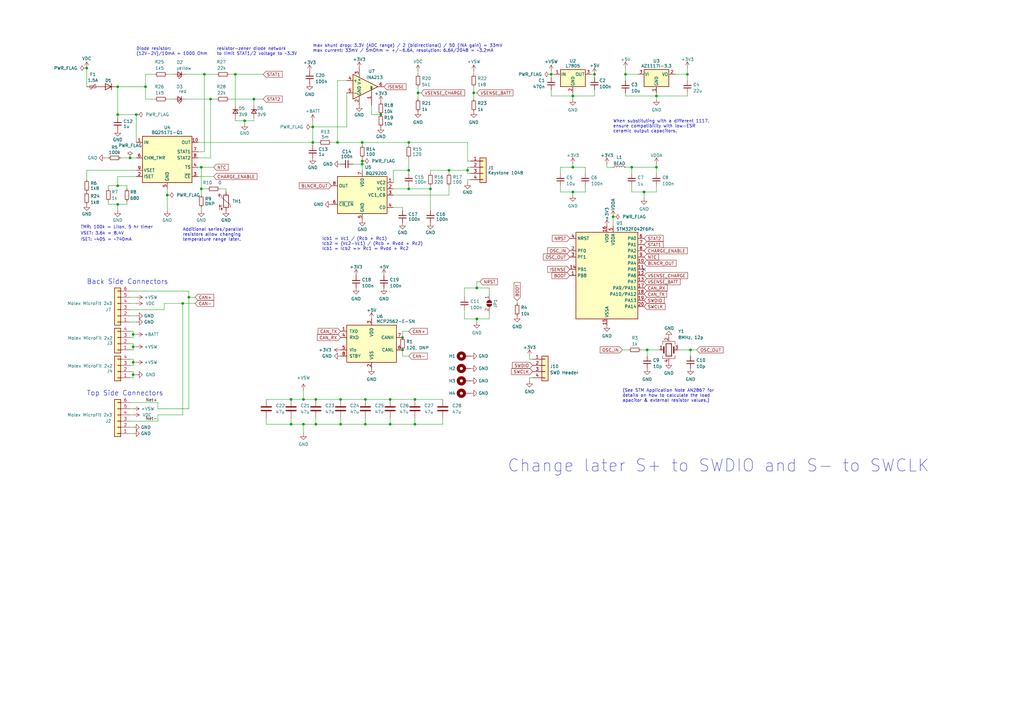
<source format=kicad_sch>
(kicad_sch (version 20250114) (generator "eeschema") (generator_version "9.0")
  (paper "A3")
  (text "(See STM Application Note AN2867 for\ndetails on how to calculate the load \napacitor & external resistor values.)" (at 255.27 165.1 0) (effects (font (size 1.27 1.27)) (justify left bottom)))
  (text "Diode resistor:\n(12V-2V)/10mA = 1000 Ohm" (at 55.88 22.86 0) (effects (font (size 1.27 1.27)) (justify left bottom)))
  (text "Icb1 = Vc1 / (Rcb + Rc1)\nIcb2 = (Vc2-Vc1) / (Rcb + Rvdd + Rc2)\nIcb1 = Icb2 => Rc1 = Rvdd + Rc2" (at 132.08 102.87 0) (effects (font (size 1.27 1.27)) (justify left bottom)))
  (text "When substituting with a different 1117,\nensure compatibility with low-ESR\nceramic output capacitors." (at 251.46 54.61 0) (effects (font (size 1.27 1.27)) (justify left bottom)))
  (text "max shunt drop: 3.3V (ADC range) / 2 (bidirectional) / 50 (INA gain) = 33mV\nmax current: 33mV / 5mOhm = +/-6.6A, resolution: 6.6A/2048 = ~3.2mA" (at 128.27 21.59 0) (effects (font (size 1.27 1.27)) (justify left bottom)))
  (text "TMR: 100k = LiIon, 5 hr timer\n" (at 33.02 93.98 0) (effects (font (size 1.27 1.27)) (justify left bottom)))
  (text "Top Side Connectors" (at 35.56 162.56 0) (effects (font (size 2 2)) (justify left bottom)))
  (text "Back Side Connectors" (at 35.56 116.84 0) (effects (font (size 2 2)) (justify left bottom)))
  (text "VSET: 3.6k = 8.4V" (at 33.02 96.52 0) (effects (font (size 1.27 1.27)) (justify left bottom)))
  (text "Change later S+ to SWDIO and S- to SWCLK\n" (at 208.026 194.056 0) (effects (font (size 5 5)) (justify left bottom)))
  (text "Additional series/parallel\nresistors allow changing\ntemperature range later." (at 74.93 99.06 0) (effects (font (size 1.27 1.27)) (justify left bottom)))
  (text "ISET: ~405 = ~740mA" (at 33.02 99.06 0) (effects (font (size 1.27 1.27)) (justify left bottom)))
  (text "resistor-zener diode network\nto limit STAT1/2 voltage to ~3.3V" (at 88.9 22.86 0) (effects (font (size 1.27 1.27)) (justify left bottom)))
  (junction (at 311.15 481.33))
  (junction (at 214.63 322.58))
  (junction (at 297.18 481.33))
  (junction (at 146.05 415.29))
  (junction (at 55.88 46.99))
  (junction (at 256.54 30.48))
  (junction (at 124.46 173.99))
  (junction (at 146.05 421.64))
  (junction (at 269.24 68.58))
  (junction (at 77.47 121.92))
  (junction (at 203.2 513.08))
  (junction (at 54.61 153.67))
  (junction (at 331.47 481.33))
  (junction (at 234.95 68.58))
  (junction (at 11.43 387.35))
  (junction (at 139.7 427.99))
  (junction (at 24.13 420.37))
  (junction (at 292.1 361.95))
  (junction (at 148.59 66.04))
  (junction (at 292.1 369.57))
  (junction (at 48.26 83.82))
  (junction (at 149.86 163.83))
  (junction (at 160.02 163.83))
  (junction (at 68.58 80.01))
  (junction (at 331.47 471.17))
  (junction (at 35.56 27.94))
  (junction (at 138.43 58.42))
  (junction (at 160.02 173.99))
  (junction (at 82.55 68.58))
  (junction (at 148.59 58.42))
  (junction (at 292.1 367.03))
  (junction (at 48.26 46.99))
  (junction (at 11.43 397.51))
  (junction (at 140.97 402.59))
  (junction (at 129.54 402.59))
  (junction (at 171.45 38.1))
  (junction (at 250.19 472.44))
  (junction (at 222.25 336.55))
  (junction (at 167.64 69.85))
  (junction (at 203.2 495.3))
  (junction (at 71.12 323.85))
  (junction (at 210.82 495.3))
  (junction (at 212.09 336.55))
  (junction (at 269.24 39.37))
  (junction (at 139.7 415.29))
  (junction (at 195.58 118.11))
  (junction (at 156.21 46.99))
  (junction (at 167.64 58.42))
  (junction (at 356.87 461.01))
  (junction (at 53.34 64.77))
  (junction (at 139.7 163.83))
  (junction (at 55.88 323.85))
  (junction (at 119.38 163.83))
  (junction (at 292.1 349.25))
  (junction (at 167.64 77.47))
  (junction (at 297.18 374.65))
  (junction (at 74.93 124.46))
  (junction (at 54.61 148.59))
  (junction (at 250.19 461.01))
  (junction (at 110.49 427.99))
  (junction (at 139.7 173.99))
  (junction (at 226.06 440.69))
  (junction (at 251.46 88.9))
  (junction (at 119.38 173.99))
  (junction (at 86.36 40.64))
  (junction (at 292.1 351.79))
  (junction (at 101.6 346.71))
  (junction (at 48.26 76.2))
  (junction (at 114.3 331.47))
  (junction (at 341.63 461.01))
  (junction (at 318.77 440.69))
  (junction (at 66.04 358.14))
  (junction (at 264.16 472.44))
  (junction (at 26.67 335.28))
  (junction (at 299.72 374.65))
  (junction (at 83.82 30.48))
  (junction (at 146.05 427.99))
  (junction (at 226.06 30.48))
  (junction (at 43.18 335.28))
  (junction (at 283.21 143.51))
  (junction (at 104.14 40.64))
  (junction (at 292.1 346.71))
  (junction (at 317.5 461.01))
  (junction (at 40.64 344.17))
  (junction (at 234.95 78.74))
  (junction (at 96.52 30.48))
  (junction (at 236.22 440.69))
  (junction (at 313.69 334.01))
  (junction (at 306.07 388.62))
  (junction (at 59.69 35.56))
  (junction (at 129.54 163.83))
  (junction (at 308.61 388.62))
  (junction (at 234.95 39.37))
  (junction (at 8.89 336.55))
  (junction (at 292.1 382.27))
  (junction (at 308.61 369.57))
  (junction (at 129.54 173.99))
  (junction (at 292.1 359.41))
  (junction (at 170.18 173.99))
  (junction (at 318.77 334.01))
  (junction (at 292.1 354.33))
  (junction (at 299.72 369.57))
  (junction (at 54.61 137.16))
  (junction (at 86.36 358.14))
  (junction (at 128.27 52.07))
  (junction (at 149.86 173.99))
  (junction (at 41.91 407.67))
  (junction (at 35.56 335.28))
  (junction (at 217.17 336.55))
  (junction (at 264.16 78.74))
  (junction (at 243.84 30.48))
  (junction (at 292.1 364.49))
  (junction (at 26.67 323.85))
  (junction (at 158.75 402.59))
  (junction (at 236.22 461.01))
  (junction (at 26.67 344.17))
  (junction (at 107.95 323.85))
  (junction (at 165.1 143.51))
  (junction (at 316.23 388.62))
  (junction (at 194.31 495.3))
  (junction (at 341.63 471.17))
  (junction (at 292.1 356.87))
  (junction (at 43.18 323.85))
  (junction (at 184.15 69.85))
  (junction (at 100.33 49.53))
  (junction (at 313.69 369.57))
  (junction (at 124.46 163.83))
  (junction (at 176.53 77.47))
  (junction (at 165.1 138.43))
  (junction (at 331.47 461.01))
  (junction (at 161.29 415.29))
  (junction (at 82.55 77.47))
  (junction (at 292.1 339.09))
  (junction (at 195.58 130.81))
  (junction (at 68.58 323.85))
  (junction (at 318.77 388.62))
  (junction (at 11.43 392.43))
  (junction (at -6.35 323.85))
  (junction (at 148.59 402.59))
  (junction (at 308.61 461.01))
  (junction (at 148.59 67.31))
  (junction (at 8.89 323.85))
  (junction (at 259.08 68.58))
  (junction (at 194.31 38.1))
  (junction (at 128.27 58.42))
  (junction (at 170.18 163.83))
  (junction (at 281.94 30.48))
  (junction (at 292.1 341.63))
  (junction (at 265.43 143.51))
  (junction (at 292.1 344.17))
  (junction (at 48.26 35.56))
  (junction (at 66.04 323.85))
  (junction (at 191.77 69.85))
  (junction (at 54.61 142.24))
  (no_connect (at 264.16 110.49))
  (wire (pts (xy 35.56 335.28) (xy 35.56 337.82)))
  (wire (pts (xy 104.14 40.64) (xy 107.95 40.64)))
  (wire (pts (xy 283.21 143.51) (xy 283.21 146.05)))
  (wire (pts (xy 269.24 68.58) (xy 269.24 71.12)))
  (wire (pts (xy 48.26 422.91) (xy 41.91 422.91)))
  (wire (pts (xy 306.07 379.73) (xy 306.07 374.65)))
  (wire (pts (xy 21.59 420.37) (xy 24.13 420.37)))
  (wire (pts (xy 71.12 323.85) (xy 71.12 346.71)))
  (wire (pts (xy 13.97 420.37) (xy 16.51 420.37)))
  (wire (pts (xy 281.94 30.48) (xy 276.86 30.48)))
  (wire (pts (xy 269.24 67.31) (xy 269.24 68.58)))
  (wire (pts (xy 158.75 415.29) (xy 161.29 415.29)))
  (wire (pts (xy 59.69 40.64) (xy 59.69 35.56)))
  (wire (pts (xy 147.32 402.59) (xy 148.59 402.59)))
  (wire (pts (xy 68.58 30.48) (xy 71.12 30.48)))
  (wire (pts (xy 66.04 358.14) (xy 72.39 358.14)))
  (wire (pts (xy 68.58 323.85) (xy 71.12 323.85)))
  (wire (pts (xy 53.34 149.86) (xy 54.61 149.86)))
  (wire (pts (xy 313.69 334.01) (xy 313.69 369.57)))
  (wire (pts (xy 288.29 496.57) (xy 288.29 500.38)))
  (wire (pts (xy 53.34 121.92) (xy 55.88 121.92)))
  (wire (pts (xy 53.34 175.26) (xy 54.61 175.26)))
  (wire (pts (xy 281.94 27.94) (xy 281.94 30.48)))
  (wire (pts (xy 48.26 48.26) (xy 48.26 46.99)))
  (wire (pts (xy 308.61 388.62) (xy 308.61 387.35)))
  (wire (pts (xy 93.98 40.64) (xy 104.14 40.64)))
  (wire (pts (xy 11.43 397.51) (xy 11.43 403.86)))
  (wire (pts (xy 161.29 80.01) (xy 184.15 80.01)))
  (wire (pts (xy 234.95 67.31) (xy 234.95 68.58)))
  (wire (pts (xy 285.75 374.65) (xy 292.1 374.65)))
  (wire (pts (xy 229.87 68.58) (xy 229.87 71.12)))
  (wire (pts (xy 53.34 127) (xy 67.31 127)))
  (wire (pts (xy 54.61 143.51) (xy 53.34 143.51)))
  (wire (pts (xy 311.15 481.33) (xy 331.47 481.33)))
  (wire (pts (xy 214.63 322.58) (xy 212.09 322.58)))
  (wire (pts (xy 44.45 76.2) (xy 48.26 76.2)))
  (wire (pts (xy 54.61 152.4) (xy 54.61 153.67)))
  (wire (pts (xy 265.43 440.69) (xy 318.77 440.69)))
  (wire (pts (xy 48.26 410.21) (xy 43.18 410.21)))
  (wire (pts (xy 55.88 340.36) (xy 55.88 342.9)))
  (wire (pts (xy 243.84 36.83) (xy 243.84 39.37)))
  (wire (pts (xy 7.62 323.85) (xy 8.89 323.85)))
  (wire (pts (xy 36.83 387.35) (xy 36.83 431.8)))
  (wire (pts (xy 124.46 160.02) (xy 124.46 163.83)))
  (wire (pts (xy 292.1 336.55) (xy 285.75 336.55)))
  (wire (pts (xy 212.09 325.12) (xy 212.09 322.58)))
  (wire (pts (xy 308.61 379.73) (xy 308.61 369.57)))
  (wire (pts (xy 176.53 77.47) (xy 176.53 86.36)))
  (wire (pts (xy 48.26 83.82) (xy 44.45 83.82)))
  (wire (pts (xy 53.34 170.18) (xy 54.61 170.18)))
  (wire (pts (xy 194.31 38.1) (xy 195.58 38.1)))
  (wire (pts (xy 55.88 332.74) (xy 55.88 335.28)))
  (wire (pts (xy 228.6 367.03) (xy 234.95 367.03)))
  (wire (pts (xy 171.45 29.21) (xy 171.45 30.48)))
  (wire (pts (xy 209.55 336.55) (xy 212.09 336.55)))
  (wire (pts (xy 243.84 30.48) (xy 243.84 31.75)))
  (wire (pts (xy 234.95 68.58) (xy 240.03 68.58)))
  (wire (pts (xy 255.27 143.51) (xy 257.81 143.51)))
  (wire (pts (xy 48.26 427.99) (xy 45.72 427.99)))
  (wire (pts (xy 26.67 323.85) (xy 33.02 323.85)))
  (wire (pts (xy 146.05 415.29) (xy 153.67 415.29)))
  (wire (pts (xy 52.07 77.47) (xy 52.07 76.2)))
  (wire (pts (xy 45.72 425.45) (xy 48.26 425.45)))
  (wire (pts (xy 299.72 374.65) (xy 297.18 374.65)))
  (wire (pts (xy 114.3 405.13) (xy 114.3 431.8)))
  (wire (pts (xy 229.87 68.58) (xy 234.95 68.58)))
  (wire (pts (xy 170.18 173.99) (xy 181.61 173.99)))
  (wire (pts (xy 184.15 69.85) (xy 191.77 69.85)))
  (wire (pts (xy 318.77 440.69) (xy 356.87 440.69)))
  (wire (pts (xy 251.46 88.9) (xy 251.46 92.71)))
  (wire (pts (xy 138.43 33.02) (xy 142.24 33.02)))
  (wire (pts (xy 119.38 163.83) (xy 124.46 163.83)))
  (wire (pts (xy 147.32 421.64) (xy 146.05 421.64)))
  (wire (pts (xy 148.59 402.59) (xy 149.86 402.59)))
  (wire (pts (xy 181.61 173.99) (xy 181.61 171.45)))
  (wire (pts (xy 26.67 323.85) (xy 26.67 327.66)))
  (wire (pts (xy 191.77 68.58) (xy 191.77 69.85)))
  (wire (pts (xy 152.4 46.99) (xy 152.4 43.18)))
  (wire (pts (xy 356.87 481.33) (xy 356.87 476.25)))
  (wire (pts (xy 292.1 339.09) (xy 292.1 341.63)))
  (wire (pts (xy 139.7 427.99) (xy 146.05 427.99)))
  (wire (pts (xy 106.68 323.85) (xy 107.95 323.85)))
  (wire (pts (xy 44.45 363.22) (xy 58.42 363.22)))
  (wire (pts (xy 234.95 78.74) (xy 240.03 78.74)))
  (wire (pts (xy 45.72 427.99) (xy 45.72 439.42)))
  (wire (pts (xy 288.29 481.33) (xy 297.18 481.33)))
  (wire (pts (xy 44.45 77.47) (xy 44.45 76.2)))
  (wire (pts (xy 269.24 78.74) (xy 269.24 76.2)))
  (wire (pts (xy 64.77 167.64) (xy 64.77 165.1)))
  (wire (pts (xy 11.43 397.51) (xy 21.59 397.51)))
  (wire (pts (xy 46.99 430.53) (xy 46.99 373.38)))
  (wire (pts (xy 21.59 397.51) (xy 21.59 394.97)))
  (wire (pts (xy 41.91 412.75) (xy 48.26 412.75)))
  (wire (pts (xy 74.93 124.46) (xy 80.01 124.46)))
  (wire (pts (xy 299.72 374.65) (xy 306.07 374.65)))
  (wire (pts (xy 100.33 49.53) (xy 100.33 50.8)))
  (wire (pts (xy 148.59 64.77) (xy 148.59 66.04)))
  (wire (pts (xy 292.1 341.63) (xy 292.1 344.17)))
  (wire (pts (xy 104.14 405.13) (xy 114.3 405.13)))
  (wire (pts (xy 26.67 335.28) (xy 30.48 335.28)))
  (wire (pts (xy 171.45 38.1) (xy 172.72 38.1)))
  (wire (pts (xy 256.54 68.58) (xy 259.08 68.58)))
  (wire (pts (xy 26.67 335.28) (xy 26.67 344.17)))
  (wire (pts (xy -8.89 323.85) (xy -6.35 323.85)))
  (wire (pts (xy 128.27 58.42) (xy 130.81 58.42)))
  (wire (pts (xy 44.45 83.82) (xy 44.45 82.55)))
  (wire (pts (xy 59.69 40.64) (xy 63.5 40.64)))
  (wire (pts (xy 306.07 388.62) (xy 303.53 388.62)))
  (wire (pts (xy 43.18 410.21) (xy 43.18 353.06)))
  (wire (pts (xy 176.53 76.2) (xy 176.53 77.47)))
  (wire (pts (xy 81.28 58.42) (xy 128.27 58.42)))
  (wire (pts (xy 46.99 373.38) (xy 97.79 373.38)))
  (wire (pts (xy 165.1 143.51) (xy 165.1 146.05)))
  (wire (pts (xy 43.18 335.28) (xy 43.18 344.17)))
  (wire (pts (xy 21.59 389.89) (xy 21.59 387.35)))
  (wire (pts (xy 53.34 167.64) (xy 54.61 167.64)))
  (wire (pts (xy 161.29 415.29) (xy 161.29 402.59)))
  (wire (pts (xy 43.18 327.66) (xy 43.18 323.85)))
  (wire (pts (xy 54.61 140.97) (xy 53.34 140.97)))
  (wire (pts (xy 167.64 77.47) (xy 176.53 77.47)))
  (wire (pts (xy 39.37 402.59) (xy 39.37 355.6)))
  (wire (pts (xy 161.29 77.47) (xy 167.64 77.47)))
  (wire (pts (xy 119.38 346.71) (xy 101.6 346.71)))
  (wire (pts (xy 222.25 339.09) (xy 222.25 336.55)))
  (wire (pts (xy 104.14 417.83) (xy 129.54 417.83)))
  (wire (pts (xy 349.25 471.17) (xy 341.63 471.17)))
  (wire (pts (xy 285.75 372.11) (xy 297.18 372.11)))
  (wire (pts (xy 331.47 481.33) (xy 356.87 481.33)))
  (wire (pts (xy 119.38 171.45) (xy 119.38 173.99)))
  (wire (pts (xy 129.54 427.99) (xy 139.7 427.99)))
  (wire (pts (xy 292.1 382.27) (xy 292.1 384.81)))
  (wire (pts (xy 251.46 68.58) (xy 248.92 68.58)))
  (wire (pts (xy 316.23 369.57) (xy 313.69 369.57)))
  (wire (pts (xy 101.6 346.71) (xy 86.36 346.71)))
  (wire (pts (xy 191.77 66.04) (xy 191.77 58.42)))
  (wire (pts (xy 139.7 419.1) (xy 139.7 415.29)))
  (wire (pts (xy 341.63 471.17) (xy 341.63 469.9)))
  (wire (pts (xy 49.53 64.77) (xy 53.34 64.77)))
  (wire (pts (xy 299.72 369.57) (xy 308.61 369.57)))
  (wire (pts (xy 54.61 138.43) (xy 53.34 138.43)))
  (wire (pts (xy 194.31 35.56) (xy 194.31 38.1)))
  (wire (pts (xy 229.87 78.74) (xy 234.95 78.74)))
  (wire (pts (xy 292.1 354.33) (xy 285.75 354.33)))
  (wire (pts (xy 242.57 30.48) (xy 243.84 30.48)))
  (wire (pts (xy 104.14 402.59) (xy 129.54 402.59)))
  (wire (pts (xy 292.1 374.65) (xy 292.1 382.27)))
  (wire (pts (xy 81.28 62.23) (xy 83.82 62.23)))
  (wire (pts (xy 45.72 439.42) (xy 110.49 439.42)))
  (wire (pts (xy 82.55 85.09) (xy 82.55 86.36)))
  (wire (pts (xy 68.58 77.47) (xy 68.58 80.01)))
  (wire (pts (xy 77.47 119.38) (xy 77.47 121.92)))
  (wire (pts (xy 67.31 124.46) (xy 74.93 124.46)))
  (wire (pts (xy 90.17 77.47) (xy 92.71 77.47)))
  (wire (pts (xy 129.54 171.45) (xy 129.54 173.99)))
  (wire (pts (xy 121.92 407.67) (xy 121.92 431.8)))
  (wire (pts (xy -8.89 321.31) (xy -8.89 323.85)))
  (wire (pts (xy 234.95 321.31) (xy 318.77 321.31)))
  (wire (pts (xy 264.16 472.44) (xy 264.16 477.52)))
  (wire (pts (xy 26.67 332.74) (xy 26.67 335.28)))
  (wire (pts (xy 297.18 372.11) (xy 297.18 374.65)))
  (wire (pts (xy 64.77 165.1) (xy 53.34 165.1)))
  (wire (pts (xy 194.31 38.1) (xy 194.31 40.64)))
  (wire (pts (xy 43.18 323.85) (xy 55.88 323.85)))
  (wire (pts (xy 226.06 478.79) (xy 226.06 482.6)))
  (wire (pts (xy 226.06 449.58) (xy 226.06 461.01)))
  (wire (pts (xy 68.58 314.96) (xy 68.58 316.23)))
  (wire (pts (xy 86.36 40.64) (xy 88.9 40.64)))
  (wire (pts (xy 171.45 35.56) (xy 171.45 38.1)))
  (wire (pts (xy 167.64 69.85) (xy 167.64 71.12)))
  (wire (pts (xy 105.41 374.65) (xy 114.3 374.65)))
  (wire (pts (xy 193.04 68.58) (xy 191.77 68.58)))
  (wire (pts (xy 234.95 39.37) (xy 234.95 40.64)))
  (wire (pts (xy 311.15 388.62) (xy 308.61 388.62)))
  (wire (pts (xy 11.43 387.35) (xy 21.59 387.35)))
  (wire (pts (xy 217.17 336.55) (xy 222.25 336.55)))
  (wire (pts (xy 77.47 121.92) (xy 77.47 167.64)))
  (wire (pts (xy 8.89 323.85) (xy 8.89 328.93)))
  (wire (pts (xy 331.47 481.33) (xy 331.47 478.79)))
  (wire (pts (xy 124.46 173.99) (xy 129.54 173.99)))
  (wire (pts (xy 107.95 323.85) (xy 109.22 323.85)))
  (wire (pts (xy 250.19 472.44) (xy 264.16 472.44)))
  (wire (pts (xy 24.13 436.88) (xy 24.13 439.42)))
  (wire (pts (xy 331.47 481.33) (xy 331.47 482.6)))
  (wire (pts (xy 156.21 46.99) (xy 152.4 46.99)))
  (wire (pts (xy 39.37 355.6) (xy 26.67 355.6)))
  (wire (pts (xy 54.61 142.24) (xy 54.61 143.51)))
  (wire (pts (xy 124.46 163.83) (xy 129.54 163.83)))
  (wire (pts (xy 66.04 323.85) (xy 68.58 323.85)))
  (wire (pts (xy 226.06 487.68) (xy 226.06 490.22)))
  (wire (pts (xy 121.92 436.88) (xy 121.92 439.42)))
  (wire (pts (xy 292.1 356.87) (xy 285.75 356.87)))
  (wire (pts (xy 52.07 83.82) (xy 52.07 82.55)))
  (wire (pts (xy 48.26 72.39) (xy 55.88 72.39)))
  (wire (pts (xy 81.28 68.58) (xy 82.55 68.58)))
  (wire (pts (xy 259.08 68.58) (xy 269.24 68.58)))
  (wire (pts (xy 140.97 402.59) (xy 140.97 408.94)))
  (wire (pts (xy 101.6 331.47) (xy 114.3 331.47)))
  (wire (pts (xy 161.29 69.85) (xy 167.64 69.85)))
  (wire (pts (xy 86.36 358.14) (xy 110.49 358.14)))
  (wire (pts (xy 292.1 367.03) (xy 292.1 364.49)))
  (wire (pts (xy 139.7 424.18) (xy 139.7 427.99)))
  (wire (pts (xy 167.64 135.89) (xy 165.1 135.89)))
  (wire (pts (xy 227.33 30.48) (xy 226.06 30.48)))
  (wire (pts (xy 264.16 472.44) (xy 273.05 472.44)))
  (wire (pts (xy 68.58 80.01) (xy 68.58 86.36)))
  (wire (pts (xy 8.89 323.85) (xy 10.16 323.85)))
  (wire (pts (xy 2.54 336.55) (xy 8.89 336.55)))
  (wire (pts (xy 97.79 353.06) (xy 93.98 353.06)))
  (wire (pts (xy 234.95 78.74) (xy 234.95 80.01)))
  (wire (pts (xy 191.77 74.93) (xy 191.77 73.66)))
  (wire (pts (xy 201.93 336.55) (xy 200.66 336.55)))
  (wire (pts (xy 292.1 341.63) (xy 285.75 341.63)))
  (wire (pts (xy 318.77 388.62) (xy 318.77 381)))
  (wire (pts (xy 38.1 344.17) (xy 40.64 344.17)))
  (wire (pts (xy 54.61 147.32) (xy 54.61 148.59)))
  (wire (pts (xy 259.08 68.58) (xy 259.08 71.12)))
  (wire (pts (xy 255.27 440.69) (xy 260.35 440.69)))
  (wire (pts (xy 273.05 494.03) (xy 264.16 494.03)))
  (wire (pts (xy 48.26 415.29) (xy 44.45 415.29)))
  (wire (pts (xy 297.18 481.33) (xy 311.15 481.33)))
  (wire (pts (xy 176.53 69.85) (xy 176.53 71.12)))
  (wire (pts (xy 104.14 49.53) (xy 104.14 48.26)))
  (wire (pts (xy 148.59 59.69) (xy 148.59 58.42)))
  (wire (pts (xy 48.26 86.36) (xy 48.26 83.82)))
  (wire (pts (xy 80.01 358.14) (xy 86.36 358.14)))
  (wire (pts (xy 195.58 118.11) (xy 190.5 118.11)))
  (wire (pts (xy 316.23 369.57) (xy 316.23 373.38)))
  (wire (pts (xy 119.38 323.85) (xy 119.38 346.71)))
  (wire (pts (xy 265.43 143.51) (xy 265.43 146.05)))
  (wire (pts (xy 15.24 336.55) (xy 8.89 336.55)))
  (wire (pts (xy 107.95 323.85) (xy 107.95 422.91)))
  (wire (pts (xy 52.07 76.2) (xy 48.26 76.2)))
  (wire (pts (xy 292.1 346.71) (xy 285.75 346.71)))
  (wire (pts (xy 250.19 467.36) (xy 250.19 472.44)))
  (wire (pts (xy 292.1 359.41) (xy 292.1 361.95)))
  (wire (pts (xy 288.29 516.89) (xy 297.18 516.89)))
  (wire (pts (xy 24.13 419.1) (xy 24.13 420.37)))
  (wire (pts (xy 77.47 121.92) (xy 80.01 121.92)))
  (wire (pts (xy 139.7 415.29) (xy 146.05 415.29)))
  (wire (pts (xy 191.77 69.85) (xy 191.77 71.12)))
  (wire (pts (xy 124.46 173.99) (xy 124.46 177.8)))
  (wire (pts (xy 149.86 171.45) (xy 149.86 173.99)))
  (wire (pts (xy 292.1 351.79) (xy 292.1 354.33)))
  (wire (pts (xy 53.34 152.4) (xy 54.61 152.4)))
  (wire (pts (xy 356.87 440.69) (xy 356.87 461.01)))
  (wire (pts (xy 24.13 420.37) (xy 24.13 431.8)))
  (wire (pts (xy 48.26 389.89) (xy 21.59 389.89)))
  (wire (pts (xy 38.1 323.85) (xy 43.18 323.85)))
  (wire (pts (xy 128.27 59.69) (xy 128.27 58.42)))
  (wire (pts (xy 318.77 334.01) (xy 318.77 373.38)))
  (wire (pts (xy 292.1 351.79) (xy 285.75 351.79)))
  (wire (pts (xy 292.1 336.55) (xy 292.1 339.09)))
  (wire (pts (xy 236.22 461.01) (xy 250.19 461.01)))
  (wire (pts (xy 26.67 344.17) (xy 33.02 344.17)))
  (wire (pts (xy 292.1 346.71) (xy 292.1 349.25)))
  (wire (pts (xy 71.12 323.85) (xy 96.52 323.85)))
  (wire (pts (xy 48.26 397.51) (xy 38.1 397.51)))
  (wire (pts (xy 139.7 173.99) (xy 149.86 173.99)))
  (wire (pts (xy 167.64 77.47) (xy 167.64 76.2)))
  (wire (pts (xy 292.1 361.95) (xy 292.1 364.49)))
  (wire (pts (xy 299.72 369.57) (xy 292.1 369.57)))
  (wire (pts (xy 264.16 78.74) (xy 259.08 78.74)))
  (wire (pts (xy 135.89 58.42) (xy 138.43 58.42)))
  (wire (pts (xy 292.1 359.41) (xy 285.75 359.41)))
  (wire (pts (xy 256.54 38.1) (xy 256.54 39.37)))
  (wire (pts (xy 270.51 143.51) (xy 265.43 143.51)))
  (wire (pts (xy 44.45 415.29) (xy 44.45 363.22)))
  (wire (pts (xy 129.54 427.99) (xy 129.54 417.83)))
  (wire (pts (xy 87.63 72.39) (xy 81.28 72.39)))
  (wire (pts (xy 114.3 374.65) (xy 114.3 331.47)))
  (wire (pts (xy 138.43 58.42) (xy 148.59 58.42)))
  (wire (pts (xy 138.43 33.02) (xy 138.43 58.42)))
  (wire (pts (xy 292.1 339.09) (xy 285.75 339.09)))
  (wire (pts (xy 139.7 173.99) (xy 139.7 171.45)))
  (wire (pts (xy 234.95 39.37) (xy 226.06 39.37)))
  (wire (pts (xy 292.1 349.25) (xy 285.75 349.25)))
  (wire (pts (xy 161.29 402.59) (xy 158.75 402.59)))
  (wire (pts (xy 264.16 494.03) (xy 264.16 482.6)))
  (wire (pts (xy 54.61 148.59) (xy 55.88 148.59)))
  (wire (pts (xy 119.38 173.99) (xy 124.46 173.99)))
  (wire (pts (xy 292.1 354.33) (xy 292.1 356.87)))
  (wire (pts (xy 302.26 461.01) (xy 308.61 461.01)))
  (wire (pts (xy 313.69 334.01) (xy 285.75 334.01)))
  (wire (pts (xy 110.49 439.42) (xy 110.49 436.88)))
  (wire (pts (xy 194.31 29.21) (xy 194.31 30.48)))
  (wire (pts (xy 331.47 471.17) (xy 341.63 471.17)))
  (wire (pts (xy 218.44 495.3) (xy 210.82 495.3)))
  (wire (pts (xy 55.88 46.99) (xy 55.88 58.42)))
  (wire (pts (xy 191.77 71.12) (xy 193.04 71.12)))
  (wire (pts (xy 53.34 132.08) (xy 55.88 132.08)))
  (wire (pts (xy 146.05 420.37) (xy 146.05 421.64)))
  (wire (pts (xy 222.25 336.55) (xy 234.95 336.55)))
  (wire (pts (xy 331.47 468.63) (xy 331.47 471.17)))
  (wire (pts (xy 226.06 30.48) (xy 226.06 31.75)))
  (wire (pts (xy 53.34 147.32) (xy 54.61 147.32)))
  (wire (pts (xy 53.34 172.72) (xy 64.77 172.72)))
  (wire (pts (xy 53.34 119.38) (xy 77.47 119.38)))
  (wire (pts (xy 68.58 321.31) (xy 68.58 323.85)))
  (wire (pts (xy 161.29 69.85) (xy 161.29 74.93)))
  (wire (pts (xy 41.91 407.67) (xy 41.91 358.14)))
  (wire (pts (xy 317.5 461.01) (xy 331.47 461.01)))
  (wire (pts (xy 281.94 33.02) (xy 281.94 30.48)))
  (wire (pts (xy 92.71 77.47) (xy 92.71 78.74)))
  (wire (pts (xy 54.61 153.67) (xy 55.88 153.67)))
  (wire (pts (xy 144.78 67.31) (xy 148.59 67.31)))
  (wire (pts (xy 292.1 344.17) (xy 285.75 344.17)))
  (wire (pts (xy 20.32 323.85) (xy 26.67 323.85)))
  (wire (pts (xy 86.36 40.64) (xy 86.36 64.77)))
  (wire (pts (xy 236.22 462.28) (xy 236.22 461.01)))
  (wire (pts (xy 195.58 115.57) (xy 196.85 115.57)))
  (wire (pts (xy 114.3 436.88) (xy 114.3 439.42)))
  (wire (pts (xy 21.59 394.97) (xy 48.26 394.97)))
  (wire (pts (xy 256.54 30.48) (xy 261.62 30.48)))
  (wire (pts (xy 128.27 52.07) (xy 128.27 58.42)))
  (wire (pts (xy 38.1 346.71) (xy 71.12 346.71)))
  (wire (pts (xy 54.61 135.89) (xy 54.61 137.16)))
  (wire (pts (xy 74.93 124.46) (xy 74.93 170.18)))
  (wire (pts (xy 210.82 504.19) (xy 210.82 513.08)))
  (wire (pts (xy 33.02 436.88) (xy 33.02 439.42)))
  (wire (pts (xy 45.72 372.11) (xy 45.72 425.45)))
  (wire (pts (xy 160.02 163.83) (xy 170.18 163.83)))
  (wire (pts (xy 195.58 130.81) (xy 190.5 130.81)))
  (wire (pts (xy 40.64 405.13) (xy 48.26 405.13)))
  (wire (pts (xy 81.28 64.77) (xy 86.36 64.77)))
  (wire (pts (xy 154.94 402.59) (xy 158.75 402.59)))
  (wire (pts (xy 278.13 143.51) (xy 283.21 143.51)))
  (wire (pts (xy 104.14 427.99) (xy 110.49 427.99)))
  (wire (pts (xy 82.55 77.47) (xy 85.09 77.47)))
  (wire (pts (xy 331.47 461.01) (xy 341.63 461.01)))
  (wire (pts (xy 292.1 382.27) (xy 297.18 382.27)))
  (wire (pts (xy 190.5 118.11) (xy 190.5 121.92)))
  (wire (pts (xy 11.43 386.08) (xy 11.43 387.35)))
  (wire (pts (xy 259.08 461.01) (xy 250.19 461.01)))
  (wire (pts (xy 41.91 422.91) (xy 41.91 439.42)))
  (wire (pts (xy 128.27 52.07) (xy 142.24 52.07)))
  (wire (pts (xy 96.52 30.48) (xy 107.95 30.48)))
  (wire (pts (xy 48.26 387.35) (xy 36.83 387.35)))
  (wire (pts (xy 96.52 48.26) (xy 96.52 49.53)))
  (wire (pts (xy 43.18 353.06) (xy 58.42 353.06)))
  (wire (pts (xy 55.88 323.85) (xy 55.88 327.66)))
  (wire (pts (xy 226.06 39.37) (xy 226.06 36.83)))
  (wire (pts (xy 194.31 495.3) (xy 194.31 500.38)))
  (wire (pts (xy 55.88 323.85) (xy 66.04 323.85)))
  (wire (pts (xy 212.09 330.2) (xy 212.09 336.55)))
  (wire (pts (xy 54.61 140.97) (xy 54.61 142.24)))
  (wire (pts (xy 229.87 339.09) (xy 234.95 339.09)))
  (wire (pts (xy 194.31 513.08) (xy 203.2 513.08)))
  (wire (pts (xy 200.66 118.11) (xy 195.58 118.11)))
  (wire (pts (xy 288.29 491.49) (xy 288.29 481.33)))
  (wire (pts (xy 148.59 402.59) (xy 148.59 412.75)))
  (wire (pts (xy 129.54 173.99) (xy 139.7 173.99)))
  (wire (pts (xy 53.34 177.8) (xy 54.61 177.8)))
  (wire (pts (xy 101.6 347.98) (xy 101.6 346.71)))
  (wire (pts (xy 146.05 427.99) (xy 153.67 427.99)))
  (wire (pts (xy 104.14 407.67) (xy 121.92 407.67)))
  (wire (pts (xy 236.22 440.69) (xy 236.22 461.01)))
  (wire (pts (xy 313.69 388.62) (xy 316.23 388.62)))
  (wire (pts (xy -6.35 403.86) (xy 11.43 403.86)))
  (wire (pts (xy 194.31 491.49) (xy 194.31 495.3)))
  (wire (pts (xy 229.87 78.74) (xy 229.87 76.2)))
  (wire (pts (xy 142.24 52.07) (xy 142.24 38.1)))
  (wire (pts (xy 236.22 440.69) (xy 250.19 440.69)))
  (wire (pts (xy 240.03 78.74) (xy 240.03 76.2)))
  (wire (pts (xy 224.79 339.09) (xy 222.25 339.09)))
  (wire (pts (xy 55.88 137.16) (xy 54.61 137.16)))
  (wire (pts (xy 93.98 30.48) (xy 96.52 30.48)))
  (wire (pts (xy 226.06 440.69) (xy 226.06 441.96)))
  (wire (pts (xy 64.77 170.18) (xy 64.77 172.72)))
  (wire (pts (xy 184.15 71.12) (xy 184.15 69.85)))
  (wire (pts (xy 66.04 347.98) (xy 66.04 323.85)))
  (wire (pts (xy 306.07 388.62) (xy 306.07 387.35)))
  (wire (pts (xy 128.27 49.53) (xy 128.27 52.07)))
  (wire (pts (xy 256.54 30.48) (xy 256.54 33.02)))
  (wire (pts (xy 139.7 402.59) (xy 140.97 402.59)))
  (wire (pts (xy 129.54 402.59) (xy 134.62 402.59)))
  (wire (pts (xy 167.64 64.77) (xy 167.64 69.85)))
  (wire (pts (xy 250.19 461.01) (xy 250.19 462.28)))
  (wire (pts (xy 93.98 363.22) (xy 93.98 372.11)))
  (wire (pts (xy 234.95 38.1) (xy 234.95 39.37)))
  (wire (pts (xy 341.63 461.01) (xy 356.87 461.01)))
  (wire (pts (xy 269.24 39.37) (xy 256.54 39.37)))
  (wire (pts (xy 41.91 358.14) (xy 66.04 358.14)))
  (wire (pts (xy 142.24 402.59) (xy 140.97 402.59)))
  (wire (pts (xy 264.16 78.74) (xy 269.24 78.74)))
  (wire (pts (xy 264.16 468.63) (xy 264.16 472.44)))
  (wire (pts (xy 97.79 373.38) (xy 97.79 353.06)))
  (wire (pts (xy 96.52 30.48) (xy 96.52 43.18)))
  (wire (pts (xy 167.64 58.42) (xy 191.77 58.42)))
  (wire (pts (xy 59.69 35.56) (xy 59.69 30.48)))
  (wire (pts (xy 165.1 135.89) (xy 165.1 138.43)))
  (wire (pts (xy 210.82 495.3) (xy 210.82 499.11)))
  (wire (pts (xy 240.03 68.58) (xy 240.03 71.12)))
  (wire (pts (xy 171.45 38.1) (xy 171.45 40.64)))
  (wire (pts (xy 161.29 422.91) (xy 161.29 427.99)))
  (wire (pts (xy 101.6 353.06) (xy 101.6 354.33)))
  (wire (pts (xy 200.66 118.11) (xy 200.66 120.65)))
  (wire (pts (xy 226.06 30.48) (xy 226.06 29.21)))
  (wire (pts (xy 48.26 417.83) (xy 33.02 417.83)))
  (wire (pts (xy 93.98 372.11) (xy 45.72 372.11)))
  (wire (pts (xy 36.83 436.88) (xy 36.83 439.42)))
  (wire (pts (xy 297.18 496.57) (xy 297.18 509.27)))
  (wire (pts (xy 33.02 417.83) (xy 33.02 431.8)))
  (wire (pts (xy 341.63 461.01) (xy 341.63 462.28)))
  (wire (pts (xy 203.2 504.19) (xy 203.2 513.08)))
  (wire (pts (xy 48.26 430.53) (xy 46.99 430.53)))
  (wire (pts (xy 148.59 66.04) (xy 148.59 67.31)))
  (wire (pts (xy 243.84 39.37) (xy 234.95 39.37)))
  (wire (pts (xy 195.58 130.81) (xy 200.66 130.81)))
  (wire (pts (xy 48.26 46.99) (xy 55.88 46.99)))
  (wire (pts (xy 43.18 332.74) (xy 43.18 335.28)))
  (wire (pts (xy 86.36 347.98) (xy 86.36 346.71)))
  (wire (pts (xy 210.82 513.08) (xy 203.2 513.08)))
  (wire (pts (xy 26.67 344.17) (xy 26.67 355.6)))
  (wire (pts (xy 83.82 30.48) (xy 76.2 30.48)))
  (wire (pts (xy 226.06 468.63) (xy 226.06 473.71)))
  (wire (pts (xy 165.1 85.09) (xy 161.29 85.09)))
  (wire (pts (xy 194.31 508) (xy 194.31 513.08)))
  (wire (pts (xy 316.23 381) (xy 316.23 388.62)))
  (wire (pts (xy 212.09 123.19) (xy 212.09 124.46)))
  (wire (pts (xy 217.17 322.58) (xy 214.63 322.58)))
  (wire (pts (xy 129.54 163.83) (xy 139.7 163.83)))
  (wire (pts (xy 54.61 153.67) (xy 54.61 154.94)))
  (wire (pts (xy 38.1 397.51) (xy 38.1 346.71)))
  (wire (pts (xy 149.86 173.99) (xy 160.02 173.99)))
  (wire (pts (xy 48.26 72.39) (xy 48.26 76.2)))
  (wire (pts (xy 297.18 375.92) (xy 297.18 374.65)))
  (wire (pts (xy 161.29 415.29) (xy 161.29 417.83)))
  (wire (pts (xy 83.82 30.48) (xy 88.9 30.48)))
  (wire (pts (xy 104.14 415.29) (xy 139.7 415.29)))
  (wire (pts (xy 236.22 469.9) (xy 236.22 472.44)))
  (wire (pts (xy 146.05 421.64) (xy 146.05 422.91)))
  (wire (pts (xy 8.89 336.55) (xy 8.89 400.05)))
  (wire (pts (xy 104.14 420.37) (xy 105.41 420.37)))
  (wire (pts (xy 107.95 425.45) (xy 104.14 425.45)))
  (wire (pts (xy 48.26 407.67) (xy 41.91 407.67)))
  (wire (pts (xy 55.88 142.24) (xy 54.61 142.24)))
  (wire (pts (xy 109.22 171.45) (xy 109.22 173.99)))
  (wire (pts (xy 15.24 331.47) (xy 15.24 336.55)))
  (wire (pts (xy 48.26 83.82) (xy 52.07 83.82)))
  (wire (pts (xy 43.18 64.77) (xy 44.45 64.77)))
  (wire (pts (xy 212.09 336.55) (xy 217.17 336.55)))
  (wire (pts (xy 100.33 49.53) (xy 104.14 49.53)))
  (wire (pts (xy 104.14 412.75) (xy 148.59 412.75)))
  (wire (pts (xy 104.14 40.64) (xy 104.14 43.18)))
  (wire (pts (xy 217.17 325.12) (xy 217.17 322.58)))
  (wire (pts (xy 105.41 374.65) (xy 105.41 420.37)))
  (wire (pts (xy 281.94 39.37) (xy 269.24 39.37)))
  (wire (pts (xy 48.26 400.05) (xy 8.89 400.05)))
  (wire (pts (xy 53.34 154.94) (xy 54.61 154.94)))
  (wire (pts (xy 356.87 461.01) (xy 356.87 466.09)))
  (wire (pts (xy 68.58 40.64) (xy 71.12 40.64)))
  (wire (pts (xy 86.36 40.64) (xy 76.2 40.64)))
  (wire (pts (xy 285.75 143.51) (xy 283.21 143.51)))
  (wire (pts (xy 184.15 76.2) (xy 184.15 80.01)))
  (wire (pts (xy 148.59 58.42) (xy 167.64 58.42)))
  (wire (pts (xy 82.55 68.58) (xy 82.55 77.47)))
  (wire (pts (xy 158.75 427.99) (xy 161.29 427.99)))
  (wire (pts (xy 292.1 367.03) (xy 285.75 367.03)))
  (wire (pts (xy -6.35 323.85) (xy -6.35 403.86)))
  (wire (pts (xy 64.77 167.64) (xy 77.47 167.64)))
  (wire (pts (xy 170.18 171.45) (xy 170.18 173.99)))
  (wire (pts (xy 226.06 440.69) (xy 236.22 440.69)))
  (wire (pts (xy 259.08 78.74) (xy 259.08 76.2)))
  (wire (pts (xy 222.25 369.57) (xy 234.95 369.57)))
  (wire (pts (xy 165.1 146.05) (xy 167.64 146.05)))
  (wire (pts (xy 236.22 472.44) (xy 250.19 472.44)))
  (wire (pts (xy 331.47 461.01) (xy 331.47 463.55)))
  (wire (pts (xy 292.1 364.49) (xy 285.75 364.49)))
  (wire (pts (xy 200.66 128.27) (xy 200.66 130.81)))
  (wire (pts (xy 54.61 148.59) (xy 54.61 149.86)))
  (wire (pts (xy 195.58 118.11) (xy 195.58 115.57)))
  (wire (pts (xy 53.34 135.89) (xy 54.61 135.89)))
  (wire (pts (xy 160.02 173.99) (xy 170.18 173.99)))
  (wire (pts (xy 176.53 69.85) (xy 184.15 69.85)))
  (wire (pts (xy 54.61 137.16) (xy 54.61 138.43)))
  (wire (pts (xy 217.17 147.32) (xy 217.17 146.05)))
  (wire (pts (xy 148.59 67.31) (xy 148.59 69.85)))
  (wire (pts (xy 11.43 392.43) (xy 48.26 392.43)))
  (wire (pts (xy 217.17 330.2) (xy 217.17 336.55)))
  (wire (pts (xy 158.75 403.86) (xy 158.75 402.59)))
  (wire (pts (xy 195.58 132.08) (xy 195.58 130.81)))
  (wire (pts (xy 165.1 86.36) (xy 165.1 85.09)))
  (wire (pts (xy 96.52 49.53) (xy 100.33 49.53)))
  (wire (pts (xy 110.49 427.99) (xy 110.49 431.8)))
  (wire (pts (xy 292.1 349.25) (xy 292.1 351.79)))
  (wire (pts (xy 218.44 154.94) (xy 217.17 154.94)))
  (wire (pts (xy 161.29 336.55) (xy 193.04 336.55)))
  (wire (pts (xy 248.92 67.31) (xy 248.92 68.58)))
  (wire (pts (xy 331.47 471.17) (xy 331.47 473.71)))
  (wire (pts (xy 167.64 59.69) (xy 167.64 58.42)))
  (wire (pts (xy 297.18 481.33) (xy 297.18 491.49)))
  (wire (pts (xy 110.49 358.14) (xy 110.49 427.99)))
  (wire (pts (xy 269.24 38.1) (xy 269.24 39.37)))
  (wire (pts (xy 191.77 66.04) (xy 193.04 66.04)))
  (wire (pts (xy 292.1 367.03) (xy 292.1 369.57)))
  (wire (pts (xy 262.89 143.51) (xy 265.43 143.51)))
  (wire (pts (xy 297.18 478.79) (xy 297.18 481.33)))
  (wire (pts (xy 11.43 378.46) (xy 11.43 381)))
  (wire (pts (xy 170.18 163.83) (xy 181.61 163.83)))
  (wire (pts (xy 104.14 422.91) (xy 107.95 422.91)))
  (wire (pts (xy 53.34 129.54) (xy 55.88 129.54)))
  (wire (pts (xy 48.26 35.56) (xy 59.69 35.56)))
  (wire (pts (xy 35.56 69.85) (xy 35.56 73.66)))
  (wire (pts (xy -6.35 323.85) (xy -2.54 323.85)))
  (wire (pts (xy 297.18 381) (xy 297.18 382.27)))
  (wire (pts (xy 139.7 163.83) (xy 149.86 163.83)))
  (wire (pts (xy 35.56 27.94) (xy 35.56 35.56)))
  (wire (pts (xy 264.16 81.28) (xy 264.16 78.74)))
  (wire (pts (xy 43.18 335.28) (xy 40.64 335.28)))
  (wire (pts (xy 203.2 499.11) (xy 203.2 495.3)))
  (wire (pts (xy 59.69 30.48) (xy 63.5 30.48)))
  (wire (pts (xy 317.5 461.01) (xy 317.5 462.28)))
  (wire (pts (xy 308.61 461.01) (xy 308.61 462.28)))
  (wire (pts (xy 55.88 69.85) (xy 35.56 69.85)))
  (wire (pts (xy 40.64 344.17) (xy 40.64 405.13)))
  (wire (pts (xy 48.26 402.59) (xy 39.37 402.59)))
  (wire (pts (xy 321.31 388.62) (xy 318.77 388.62)))
  (wire (pts (xy 203.2 495.3) (xy 210.82 495.3)))
  (wire (pts (xy 226.06 434.34) (xy 226.06 440.69)))
  (wire (pts (xy 256.54 27.94) (xy 256.54 30.48)))
  (wire (pts (xy 292.1 361.95) (xy 285.75 361.95)))
  (wire (pts (xy 48.26 35.56) (xy 48.26 46.99)))
  (wire (pts (xy 109.22 173.99) (xy 119.38 173.99)))
  (wire (pts (xy 269.24 39.37) (xy 269.24 40.64)))
  (wire (pts (xy 318.77 321.31) (xy 318.77 334.01)))
  (wire (pts (xy 82.55 77.47) (xy 82.55 80.01)))
  (wire (pts (xy 288.29 505.46) (xy 288.29 516.89)))
  (wire (pts (xy 83.82 30.48) (xy 83.82 62.23)))
  (wire (pts (xy 53.34 124.46) (xy 55.88 124.46)))
  (wire (pts (xy 160.02 171.45) (xy 160.02 173.99)))
  (wire (pts (xy 53.34 64.77) (xy 55.88 64.77)))
  (wire (pts (xy 48.26 420.37) (xy 24.13 420.37)))
  (wire (pts (xy 191.77 73.66) (xy 193.04 73.66)))
  (wire (pts (xy 64.77 170.18) (xy 74.93 170.18)))
  (wire (pts (xy 218.44 147.32) (xy 217.17 147.32)))
  (wire (pts (xy 292.1 356.87) (xy 292.1 359.41)))
  (wire (pts (xy 285.75 369.57) (xy 292.1 369.57)))
  (wire (pts (xy 292.1 344.17) (xy 292.1 346.71)))
  (wire (pts (xy 67.31 124.46) (xy 67.31 127)))
  (wire (pts (xy 190.5 130.81) (xy 190.5 127)))
  (wire (pts (xy 234.95 334.01) (xy 234.95 321.31)))
  (wire (pts (xy 308.61 461.01) (xy 317.5 461.01)))
  (wire (pts (xy 82.55 68.58) (xy 87.63 68.58)))
  (wire (pts (xy 43.18 344.17) (xy 40.64 344.17)))
  (wire (pts (xy 109.22 163.83) (xy 119.38 163.83)))
  (wire (pts (xy 217.17 154.94) (xy 217.17 156.21)))
  (wire (pts (xy 129.54 403.86) (xy 129.54 402.59)))
  (wire (pts (xy 194.31 495.3) (xy 203.2 495.3)))
  (wire (pts (xy 2.54 331.47) (xy 2.54 336.55)))
  (wire (pts (xy 281.94 38.1) (xy 281.94 39.37)))
  (wire (pts (xy 149.86 163.83) (xy 160.02 163.83)))
  (label "Net-" (at 59.69 172.72 0))
  (label "Net+" (at 59.69 165.1 0))
  (global_label "CAN-" (shape input) (at 80.01 124.46 0) (property "Intersheetrefs" "${INTERSHEET_REFS}" (effects (hide yes))))
  (global_label "BAT+" (shape input) (at 321.31 388.62 0) (property "Intersheetrefs" "${INTERSHEET_REFS}" (effects (hide yes))))
  (global_label "STAT2" (shape input) (at 107.95 40.64 0) (property "Intersheetrefs" "${INTERSHEET_REFS}" (effects (hide yes))))
  (global_label "SWDIO" (shape input) (at 218.44 149.86 180) (property "Intersheetrefs" "${INTERSHEET_REFS}" (effects (hide yes))))
  (global_label "CAN_TX" (shape input) (at 264.16 120.65 0) (property "Intersheetrefs" "${INTERSHEET_REFS}" (effects (hide yes))))
  (global_label "CAN_TX" (shape input) (at 139.7 135.89 180) (property "Intersheetrefs" "${INTERSHEET_REFS}" (effects (hide yes))))
  (global_label "OSC_OUT" (shape input) (at 285.75 143.51 0) (property "Intersheetrefs" "${INTERSHEET_REFS}" (effects (hide yes))))
  (global_label "ISENSE" (shape input) (at 233.68 110.49 180) (property "Intersheetrefs" "${INTERSHEET_REFS}" (effects (hide yes))))
  (global_label "NRST" (shape input) (at 196.85 115.57 0) (property "Intersheetrefs" "${INTERSHEET_REFS}" (effects (hide yes))))
  (global_label "NRST" (shape input) (at 233.68 97.79 180) (property "Intersheetrefs" "${INTERSHEET_REFS}" (effects (hide yes))))
  (global_label "VSENSE_CHARGE" (shape input) (at 172.72 38.1 0) (property "Intersheetrefs" "${INTERSHEET_REFS}" (effects (hide yes))))
  (global_label "ISENSE" (shape input) (at 157.48 35.56 0) (property "Intersheetrefs" "${INTERSHEET_REFS}" (effects (hide yes))))
  (global_label "STAT2" (shape input) (at 264.16 97.79 0) (property "Intersheetrefs" "${INTERSHEET_REFS}" (effects (hide yes))))
  (global_label "VSENSE_BATT" (shape input) (at 195.58 38.1 0) (property "Intersheetrefs" "${INTERSHEET_REFS}" (effects (hide yes))))
  (global_label "STAT1" (shape input) (at 264.16 100.33 0) (property "Intersheetrefs" "${INTERSHEET_REFS}" (effects (hide yes))))
  (global_label "SWCLK" (shape input) (at 264.16 125.73 0) (property "Intersheetrefs" "${INTERSHEET_REFS}" (effects (hide yes))))
  (global_label "VSENSE_BATT" (shape input) (at 264.16 115.57 0) (property "Intersheetrefs" "${INTERSHEET_REFS}" (effects (hide yes))))
  (global_label "CAN+" (shape input) (at 167.64 135.89 0) (property "Intersheetrefs" "${INTERSHEET_REFS}" (effects (hide yes))))
  (global_label "OSC_IN" (shape input) (at 255.27 143.51 180) (property "Intersheetrefs" "${INTERSHEET_REFS}" (effects (hide yes))))
  (global_label "BAT-" (shape input) (at 129.54 403.86 270) (property "Intersheetrefs" "${INTERSHEET_REFS}" (effects (hide yes))))
  (global_label "SWCLK" (shape input) (at 218.44 152.4 180) (property "Intersheetrefs" "${INTERSHEET_REFS}" (effects (hide yes))))
  (global_label "NTC" (shape input) (at 264.16 105.41 0) (property "Intersheetrefs" "${INTERSHEET_REFS}" (effects (hide yes))))
  (global_label "CAN-" (shape input) (at 167.64 146.05 0) (property "Intersheetrefs" "${INTERSHEET_REFS}" (effects (hide yes))))
  (global_label "OSC_IN" (shape input) (at 233.68 102.87 180) (property "Intersheetrefs" "${INTERSHEET_REFS}" (effects (hide yes))))
  (global_label "BOOT" (shape input) (at 233.68 113.03 180) (property "Intersheetrefs" "${INTERSHEET_REFS}" (effects (hide yes))))
  (global_label "BAT+" (shape input) (at 226.06 434.34 90) (property "Intersheetrefs" "${INTERSHEET_REFS}" (effects (hide yes))))
  (global_label "OSC_OUT" (shape input) (at 233.68 105.41 180) (property "Intersheetrefs" "${INTERSHEET_REFS}" (effects (hide yes))))
  (global_label "BOOT" (shape input) (at 212.09 123.19 90) (property "Intersheetrefs" "${INTERSHEET_REFS}" (effects (hide yes))))
  (global_label "BAT-" (shape input) (at 303.53 388.62 180) (property "Intersheetrefs" "${INTERSHEET_REFS}" (effects (hide yes))))
  (global_label "STAT1" (shape input) (at 107.95 30.48 0) (property "Intersheetrefs" "${INTERSHEET_REFS}" (effects (hide yes))))
  (global_label "SWDIO" (shape input) (at 264.16 123.19 0) (property "Intersheetrefs" "${INTERSHEET_REFS}" (effects (hide yes))))
  (global_label "NTC" (shape input) (at 87.63 68.58 0) (property "Intersheetrefs" "${INTERSHEET_REFS}" (effects (hide yes))))
  (global_label "BAT+" (shape input) (at 158.75 403.86 270) (property "Intersheetrefs" "${INTERSHEET_REFS}" (effects (hide yes))))
  (global_label "CHARGE_ENABLE" (shape input) (at 264.16 102.87 0) (property "Intersheetrefs" "${INTERSHEET_REFS}" (effects (hide yes))))
  (global_label "BLNCR_OUT" (shape input) (at 135.89 76.2 180) (property "Intersheetrefs" "${INTERSHEET_REFS}" (effects (hide yes))))
  (global_label "CHARGE_ENABLE" (shape input) (at 87.63 72.39 0) (property "Intersheetrefs" "${INTERSHEET_REFS}" (effects (hide yes))))
  (global_label "VSENSE_CHARGE" (shape input) (at 264.16 113.03 0) (property "Intersheetrefs" "${INTERSHEET_REFS}" (effects (hide yes))))
  (global_label "BLNCR_OUT" (shape input) (at 264.16 107.95 0) (property "Intersheetrefs" "${INTERSHEET_REFS}" (effects (hide yes))))
  (global_label "CAN_RX" (shape input) (at 264.16 118.11 0) (property "Intersheetrefs" "${INTERSHEET_REFS}" (effects (hide yes))))
  (global_label "CAN+" (shape input) (at 80.01 121.92 0) (property "Intersheetrefs" "${INTERSHEET_REFS}" (effects (hide yes))))
  (global_label "BAT+" (shape input) (at 161.29 336.55 180) (property "Intersheetrefs" "${INTERSHEET_REFS}" (effects (hide yes))))
  (global_label "CAN_RX" (shape input) (at 139.7 138.43 180) (property "Intersheetrefs" "${INTERSHEET_REFS}" (effects (hide yes))))
  (symbol (lib_id "Device:R_Small") (at 184.15 73.66 180) (unit 1)
    (property "Reference" "R17" (at 185.6486 72.636 0) (effects (justify right)))
    (property "Value" "100" (at 185.6486 74.684 0) (effects (justify right)))
    (property "Footprint" "Resistor_SMD:R_0603_1608Metric" (effects (hide yes)))
    (property "Manufacturer" "UNI-ROYAL(Uniroyal Elec)" (effects (hide yes)))
    (property "Part#" "0603WAF1000T5E" (effects (hide yes)))
    (property "LCSC#" "C22775" (effects (hide yes)))
  )
  (symbol (lib_id "Device:D_Schottky") (at 317.5 466.09 90) (unit 1)
    (property "Reference" "D12" (at 320.04 465.1374 90) (effects (justify right)))
    (property "Value" "D_Schottky" (at 320.04 467.6774 90) (effects (justify right)))
    (property "Description" "Schottky diode" (effects (hide yes)))
  )
  (symbol (lib_id "power:+BATT") (at 55.88 137.16 270) (unit 1)
    (property "Reference" "#PWR06" (effects (hide yes)))
    (property "Value" "+BATT" (at 59.055 137.16 90) (effects (justify left)))
  )
  (symbol (lib_id "power:GND") (at 35.56 83.82 0) (unit 1)
    (property "Reference" "#PWR058" (effects (hide yes)))
    (property "Value" "GND" (at 35.56 87.765 0))
  )
  (symbol (lib_id "Device:C_Small") (at 33.02 434.34 0) (mirror y) (unit 1)
    (property "Reference" "C47" (at 27.178 432.816 0) (effects (justify right)))
    (property "Value" "0.47uF" (at 25.908 436.118 0) (effects (justify right)))
    (property "Description" "Unpolarized capacitor, small symbol" (effects (hide yes)))
  )
  (symbol (lib_id "Device:D") (at 331.47 486.41 270) (unit 1)
    (property "Reference" "D14" (at 334.01 485.1399 90) (effects (justify left)))
    (property "Value" "100V" (at 334.01 487.6799 90) (effects (justify left)))
    (property "Description" "Diode" (effects (hide yes)))
    (property "Sim.Device" "D" (effects (hide yes)))
    (property "Sim.Pins" "1=K 2=A" (effects (hide yes)))
  )
  (symbol (lib_id "power:VDC") (at 171.45 29.21 0) (unit 1)
    (property "Reference" "#PWR080" (effects (hide yes)))
    (property "Value" "VDC" (at 171.45 25.265 0))
  )
  (symbol (lib_id "Device:Polyfuse_Small") (at 38.1 35.56 90) (unit 1)
    (property "Reference" "F1" (at 38.1 30.5267 90))
    (property "Value" "1.5A" (at 38.1 32.9509 90))
    (property "Footprint" "Fuse:Fuse_1206_3216Metric" (effects (hide yes)))
    (property "DigiKey#" "507-1805-1-ND" (effects (hide yes)))
    (property "Manufacturer" "Bel Fuse Inc." (effects (hide yes)))
    (property "Part#" "0ZCJ0075AF2E" (effects (hide yes)))
  )
  (symbol (lib_id "power:GND") (at 156.21 52.07 0) (unit 1)
    (property "Reference" "#PWR079" (effects (hide yes)))
    (property "Value" "GND" (at 156.21 56.015 0))
  )
  (symbol (lib_id "power:PWR_FLAG") (at 226.06 30.48 90) (unit 1)
    (property "Reference" "#FLG05" (effects (hide yes)))
    (property "Value" "PWR_FLAG" (at 222.25 30.48 90) (effects (justify left)))
  )
  (symbol (lib_id "Device:C_Small") (at 281.94 35.56 180) (unit 1)
    (property "Reference" "C4" (at 284.2641 34.7189 0) (effects (justify right)))
    (property "Value" "22u" (at 284.2641 37.2558 0) (effects (justify right)))
    (property "Footprint" "Capacitor_SMD:C_1206_3216Metric" (effects (hide yes)))
    (property "LCSC#" "C12891" (effects (hide yes)))
    (property "Manufacturer" "Samsung Electro-Mechanics" (effects (hide yes)))
    (property "Part#" "CL31A226KAHNNNE" (effects (hide yes)))
  )
  (symbol (lib_id "power:GND") (at 139.7 146.05 270) (unit 1)
    (property "Reference" "#PWR032" (effects (hide yes)))
    (property "Value" "GND" (at 132.08 146.05 90) (effects (justify left)))
  )
  (symbol (lib_id "Simulation_SPICE:NMOS") (at 15.24 326.39 270) (mirror x) (unit 1)
    (property "Reference" "Q2" (at 15.24 317.5 90))
    (property "Value" "NMOS" (at 15.24 320.04 90))
    (property "Datasheet" "https://ngspice.sourceforge.io/docs/ngspice-html-manual/manual.xhtml#cha_MOSFETs" (effects (hide yes)))
    (property "Description" "N-MOSFET transistor, drain/source/gate" (effects (hide yes)))
    (property "Sim.Device" "NMOS" (effects (hide yes)))
    (property "Sim.Type" "VDMOS" (effects (hide yes)))
    (property "Sim.Pins" "1=D 2=G 3=S" (effects (hide yes)))
  )
  (symbol (lib_id "power:PWR_FLAG") (at 251.46 88.9 270) (unit 1)
    (property "Reference" "#FLG07" (effects (hide yes)))
    (property "Value" "PWR_FLAG" (at 255.27 88.9 90) (effects (justify left)))
  )
  (symbol (lib_id "power:GND") (at 274.32 138.43 180) (unit 1)
    (property "Reference" "#PWR046" (effects (hide yes)))
    (property "Value" "GND" (at 272.415 134.62 0) (effects (justify right)))
  )
  (symbol (lib_id "power:GND") (at 234.95 40.64 0) (unit 1)
    (property "Reference" "#PWR025" (effects (hide yes)))
    (property "Value" "GND" (at 234.95 45.0834 0))
  )
  (symbol (lib_id "Mechanical:MountingHole_Pad") (at 190.5 151.13 90) (unit 1)
    (property "Reference" "H2" (at 185.42 151.13 90))
    (property "Value" "MountingHole_Pad" (effects (hide yes)))
    (property "Footprint" "MountingHole:MountingHole_3.2mm_M3_Pad_Via" (effects (hide yes)))
    (property "Manufacturer" "N/A" (effects (hide yes)))
    (property "Part#" "N/A" (effects (hide yes)))
    (property "DigiKey#" "N/A" (effects (hide yes)))
    (property "LCSC#" "N/A" (effects (hide yes)))
  )
  (symbol (lib_id "Device:Crystal_GND24") (at 274.32 143.51 0) (unit 1)
    (property "Reference" "Y1" (at 278.13 135.89 0) (effects (justify left)))
    (property "Value" "8MHz, 12p" (at 278.13 138.43 0) (effects (justify left)))
    (property "Footprint" "Crystal:Crystal_SMD_5032-4Pin_5.0x3.2mm" (effects (hide yes)))
    (property "Datasheet" "https://ecsxtal.com/store/pdf/ecx-32.pdf" (effects (hide yes)))
    (property "Manufacturer" "JYJE" (effects (hide yes)))
    (property "Part#" "5TJ480000NYLBC" (effects (hide yes)))
    (property "DigiKey#" "50-ECS-80-12-33-JGN-CT-ND" (effects (hide yes)))
    (property "LCSC#" "C2149245" (effects (hide yes)))
  )
  (symbol (lib_id "Device:C_Small") (at 229.87 73.66 180) (unit 1)
    (property "Reference" "C5" (at 232.1941 72.8189 0) (effects (justify right)))
    (property "Value" "10u" (at 232.1941 75.3558 0) (effects (justify right)))
    (property "Footprint" "Capacitor_SMD:C_1206_3216Metric" (effects (hide yes)))
    (property "LCSC#" "C13585" (effects (hide yes)))
    (property "Manufacturer" "Samsung Electro-Mechanics" (effects (hide yes)))
    (property "Part#" "CL31A106KBHNNNE" (effects (hide yes)))
  )
  (symbol (lib_id "Device:R") (at 316.23 377.19 0) (mirror y) (unit 1)
    (property "Reference" "R11" (at 311.15 376.174 0) (effects (justify right)))
    (property "Value" "20" (at 312.166 378.714 0) (effects (justify right)))
    (property "Description" "Resistor" (effects (hide yes)))
  )
  (symbol (lib_name "R_Small_1") (lib_id "Device:R_Small") (at 308.61 464.82 0) (unit 1)
    (property "Reference" "R55" (at 311.15 463.5499 0) (effects (font (size 1.016 1.016)) (justify left)))
    (property "Value" "R_Small" (at 311.15 466.0899 0) (effects (justify left)))
    (property "Description" "Resistor, small symbol" (effects (hide yes)))
  )
  (symbol (lib_id "Device:C_Small") (at 35.56 344.17 270) (mirror x) (unit 1)
    (property "Reference" "C39" (at 32.258 346.456 90))
    (property "Value" "0.47uF" (at 32.512 348.488 90))
    (property "Description" "Unpolarized capacitor, small symbol" (effects (hide yes)))
  )
  (symbol (lib_id "Device:C_Small") (at 157.48 115.57 180) (unit 1)
    (property "Reference" "C19" (at 159.8041 114.7289 0) (effects (justify right)))
    (property "Value" "100n" (at 159.8041 117.2658 0) (effects (justify right)))
    (property "Footprint" "Capacitor_SMD:C_0603_1608Metric" (effects (hide yes)))
    (property "LCSC#" "C14663" (effects (hide yes)))
    (property "Manufacturer" "YAGEO" (effects (hide yes)))
    (property "Part#" "CC0603KRX7R9BB104" (effects (hide yes)))
  )
  (symbol (lib_id "Device:R_Small") (at 11.43 389.89 0) (unit 1)
    (property "Reference" "R32" (at 13.97 388.6199 0) (effects (justify left)))
    (property "Value" "6.26k" (at 13.97 391.1599 0) (effects (justify left)))
    (property "Description" "Resistor, small symbol" (effects (hide yes)))
  )
  (symbol (lib_id "Device:R_Small") (at 91.44 40.64 90) (unit 1)
    (property "Reference" "R28" (at 92.71 35.56 90) (effects (justify left)))
    (property "Value" "22k" (at 92.71 38.1 90) (effects (justify left)))
    (property "Footprint" "Resistor_SMD:R_0603_1608Metric" (effects (hide yes)))
    (property "LCSC#" "C31850" (effects (hide yes)))
    (property "Manufacturer" "UNI-ROYAL(Uniroyal Elec)" (effects (hide yes)))
    (property "Part#" "0603WAF2202T5E" (effects (hide yes)))
  )
  (symbol (lib_id "Device:C_Small") (at 24.13 434.34 0) (mirror y) (unit 1)
    (property "Reference" "C48" (at 16.51 433.07 0) (effects (justify right)))
    (property "Value" "0.47uF" (at 15.748 435.356 0) (effects (justify right)))
    (property "Description" "Unpolarized capacitor, small symbol" (effects (hide yes)))
  )
  (symbol (lib_id "Device:D_Schottky") (at 341.63 466.09 90) (unit 1)
    (property "Reference" "D13" (at 344.17 465.1374 90) (effects (justify right)))
    (property "Value" "16V" (at 344.17 467.6774 90) (effects (justify right)))
    (property "Description" "Schottky diode" (effects (hide yes)))
  )
  (symbol (lib_id "Device:R_Small") (at 156.21 415.29 90) (unit 1)
    (property "Reference" "R37" (at 156.21 410.21 90))
    (property "Value" "10" (at 156.21 412.75 90))
    (property "Description" "Resistor, small symbol" (effects (hide yes)))
  )
  (symbol (lib_name "R_Small_1") (lib_id "Device:R_Small") (at 288.29 502.92 0) (unit 1)
    (property "Reference" "R54" (at 290.83 501.6499 0) (effects (font (size 1.016 1.016)) (justify left)))
    (property "Value" "5.1k" (at 290.83 504.1899 0) (effects (justify left)))
    (property "Description" "Resistor, small symbol" (effects (hide yes)))
  )
  (symbol (lib_id "power:GND") (at 165.1 91.44 0) (unit 1)
    (property "Reference" "#PWR068" (effects (hide yes)))
    (property "Value" "GND" (at 165.1 95.385 0))
  )
  (symbol (lib_id "Device:R_Small") (at 260.35 143.51 90) (unit 1)
    (property "Reference" "R3" (at 260.35 138.6291 90))
    (property "Value" "1k" (at 260.35 141.0533 90))
    (property "Footprint" "Resistor_SMD:R_0603_1608Metric" (effects (hide yes)))
    (property "LCSC#" "C21190" (effects (hide yes)))
    (property "Manufacturer" "UNI-ROYAL(Uniroyal Elec)" (effects (hide yes)))
    (property "Part#" "0603WAF1001T5E" (effects (hide yes)))
  )
  (symbol (lib_id "Device:R_Small") (at 26.67 330.2 180) (unit 1)
    (property "Reference" "R34" (at 21.336 328.422 0) (effects (justify right)))
    (property "Value" "10" (at 20.066 330.962 0) (effects (justify right)))
    (property "Description" "Resistor, small symbol" (effects (hide yes)))
  )
  (symbol (lib_id "power:+3V3") (at 139.7 143.51 90) (unit 1)
    (property "Reference" "#PWR031" (effects (hide yes)))
    (property "Value" "+3V3" (at 133.35 143.51 90))
  )
  (symbol (lib_id "Simulation_SPICE:NMOS") (at 223.52 495.3 0) (unit 1)
    (property "Reference" "Q9" (at 229.87 494.0299 0) (effects (justify left)))
    (property "Value" "NMOS" (at 229.87 496.5699 0) (effects (justify left)))
    (property "Datasheet" "https://ngspice.sourceforge.io/docs/ngspice-html-manual/manual.xhtml#cha_MOSFETs" (effects (hide yes)))
    (property "Description" "N-MOSFET transistor, drain/source/gate" (effects (hide yes)))
    (property "Sim.Device" "NMOS" (effects (hide yes)))
    (property "Sim.Type" "VDMOS" (effects (hide yes)))
    (property "Sim.Pins" "1=D 2=G 3=S" (effects (hide yes)))
  )
  (symbol (lib_id "Simulation_SPICE:NMOS") (at 2.54 326.39 90) (unit 1)
    (property "Reference" "Q1" (at 2.54 317.5 90))
    (property "Value" "NMOS" (at 2.54 320.04 90))
    (property "Datasheet" "https://ngspice.sourceforge.io/docs/ngspice-html-manual/manual.xhtml#cha_MOSFETs" (effects (hide yes)))
    (property "Description" "N-MOSFET transistor, drain/source/gate" (effects (hide yes)))
    (property "Sim.Device" "NMOS" (effects (hide yes)))
    (property "Sim.Type" "VDMOS" (effects (hide yes)))
    (property "Sim.Pins" "1=D 2=G 3=S" (effects (hide yes)))
  )
  (symbol (lib_id "power:VSS") (at 203.2 513.08 180) (unit 1)
    (property "Reference" "#PWR087" (effects (hide yes)))
    (property "Value" "VSS" (at 203.2 518.16 0))
    (property "Description" "Power symbol creates a global label with name \"VSS\"" (effects (hide yes)))
  )
  (symbol (lib_id "Device:C_Small") (at 243.84 34.29 0) (mirror y) (unit 1)
    (property "Reference" "C2" (at 245.745 33.02 0) (effects (justify right)))
    (property "Value" "100n" (at 245.745 35.56 0) (effects (justify right)))
    (property "Footprint" "Capacitor_SMD:C_0603_1608Metric" (effects (hide yes)))
    (property "LCSC#" "C14663" (effects (hide yes)))
    (property "Manufacturer" "YAGEO" (effects (hide yes)))
    (property "Part#" "CC0603KRX7R9BB104" (effects (hide yes)))
  )
  (symbol (lib_id "power:VSS") (at 292.1 384.81 0) (mirror x) (unit 1)
    (property "Reference" "#PWR21" (effects (hide yes)))
    (property "Value" "VSS" (at 292.1 389.89 0))
    (property "Description" "Power symbol creates a global label with name \"VSS\"" (effects (hide yes)))
  )
  (symbol (lib_id "power:GND") (at 283.21 151.13 0) (unit 1)
    (property "Reference" "#PWR048" (effects (hide yes)))
    (property "Value" "GND" (at 283.21 155.5734 0))
  )
  (symbol (lib_id "Device:Thermistor_NTC") (at 92.71 82.55 0) (unit 1)
    (property "Reference" "TH1" (at 95.25 82.55 0) (effects (justify left)))
    (property "Value" "NCU18XH103F6SRB" (effects (hide yes)))
    (property "Footprint" "Resistor_SMD:R_0603_1608Metric" (effects (hide yes)))
    (property "DigiKey#" "490-18139-1-ND" (effects (hide yes)))
    (property "Manufacturer" "Murata Electronics" (effects (hide yes)))
    (property "Part#" "NCU18XH103F6SRB" (effects (hide yes)))
    (property "Notes" "Datasheet calls for 103AT, this seems similar." (effects (hide yes)))
    (property "LCSC#" "C162670" (effects (hide yes)))
  )
  (symbol (lib_id "Connector:TestPoint") (at 273.05 472.44 0) (unit 1)
    (property "Reference" "TP1" (at 275.59 467.8679 0) (effects (justify left)))
    (property "Value" "TestPoint" (at 275.59 470.4079 0) (effects (justify left)))
    (property "Description" "test point" (effects (hide yes)))
  )
  (symbol (lib_name "+5V_1") (lib_id "power:+5V") (at 222.25 369.57 0) (mirror y) (unit 1)
    (property "Reference" "#PWR23" (effects (hide yes)))
    (property "Value" "+5V" (at 222.25 364.49 0))
    (property "Description" "Power symbol creates a global label with name \"+5V\"" (effects (hide yes)))
  )
  (symbol (lib_id "Connector_Generic:Conn_01x04") (at 48.26 152.4 180) (unit 1)
    (property "Reference" "J4" (at 46.228 152.154 0) (effects (justify left)))
    (property "Value" "Molex MicroFit 2x2" (at 46.228 150.106 0) (effects (justify left)))
    (property "Footprint" "Connector_Molex:Molex_Micro-Fit_3.0_43045-0400_2x02_P3.00mm_Horizontal" (effects (hide yes)))
    (property "LCSC#" "C122413" (effects (hide yes)))
    (property "Manufacturer" "MOLEX" (effects (hide yes)))
    (property "Part#" "0430450400" (effects (hide yes)))
  )
  (symbol (lib_id "power:GND") (at 92.71 86.36 0) (unit 1)
    (property "Reference" "#PWR062" (effects (hide yes)))
    (property "Value" "GND" (at 92.71 90.305 0))
  )
  (symbol (lib_id "power:VDDA") (at 269.24 67.31 0) (unit 1)
    (property "Reference" "#PWR040" (effects (hide yes)))
    (property "Value" "VDDA" (at 269.24 63.7342 0))
  )
  (symbol (lib_id "Device:C") (at 149.86 167.64 0) (unit 1)
    (property "Reference" "C25" (at 153.67 166.37 0) (effects (justify left)))
    (property "Value" "47u" (at 153.67 168.91 0) (effects (justify left)))
    (property "Footprint" "Capacitor_SMD:C_1206_3216Metric" (effects (hide yes)))
  )
  (symbol (lib_id "Regulator_Linear:AZ1117-3.3") (at 269.24 30.48 0) (unit 1)
    (property "Reference" "U3" (at 269.24 24.995 0))
    (property "Value" "AZ1117I-3.3" (at 269.24 27.043 0))
    (property "Footprint" "Package_TO_SOT_SMD:SOT-223-3_TabPin2" (effects (hide yes)))
    (property "Datasheet" "https://www.diodes.com/assets/Datasheets/AZ1117.pdf" (effects (hide yes)))
    (property "Notes" "When substituting with a different 1117, ensure compatibility with low-ESR ceramic output capacitors." (effects (hide yes)))
    (property "LCSC#" "C92102" (effects (hide yes)))
    (property "Manufacturer" "Diodes Incorporated" (effects (hide yes)))
    (property "Part#" "AZ1117CH-3.3TRG1" (effects (hide yes)))
  )
  (symbol (lib_id "Device:C_Small") (at 259.08 73.66 180) (unit 1)
    (property "Reference" "C7" (at 261.4041 72.8189 0) (effects (justify right)))
    (property "Value" "1u" (at 261.4041 75.3558 0) (effects (justify right)))
    (property "Footprint" "Capacitor_SMD:C_0805_2012Metric" (effects (hide yes)))
    (property "LCSC#" "C28323" (effects (hide yes)))
    (property "Manufacturer" "Samsung Electro-Mechanics" (effects (hide yes)))
    (property "Part#" "CL21B105KBFNNNE" (effects (hide yes)))
  )
  (symbol (lib_id "Device:R_Small") (at 91.44 30.48 90) (unit 1)
    (property "Reference" "R27" (at 92.71 25.4 90) (effects (justify left)))
    (property "Value" "22k" (at 92.71 27.94 90) (effects (justify left)))
    (property "Footprint" "Resistor_SMD:R_0603_1608Metric" (effects (hide yes)))
    (property "LCSC#" "C31850" (effects (hide yes)))
    (property "Manufacturer" "UNI-ROYAL(Uniroyal Elec)" (effects (hide yes)))
    (property "Part#" "0603WAF2202T5E" (effects (hide yes)))
  )
  (symbol (lib_id "Device:C_Small") (at 265.43 148.59 180) (unit 1)
    (property "Reference" "C9" (at 267.7541 147.7489 0) (effects (justify right)))
    (property "Value" "10p" (at 267.7541 150.2858 0) (effects (justify right)))
    (property "Footprint" "Capacitor_SMD:C_0603_1608Metric" (effects (hide yes)))
    (property "LCSC#" "C1634" (effects (hide yes)))
    (property "Manufacturer" "Samsung Electro-Mechanics" (effects (hide yes)))
    (property "Part#" "CL10C100JB8NNNC" (effects (hide yes)))
  )
  (symbol (lib_id "power:VSS") (at 11.43 378.46 0) (unit 1)
    (property "Reference" "#PWR051" (effects (hide yes)))
    (property "Value" "VSS" (at 13.97 377.1899 0) (effects (justify left)))
    (property "Description" "Power symbol creates a global label with name \"VSS\"" (effects (hide yes)))
  )
  (symbol (lib_id "power:+VSW") (at 124.46 160.02 0) (unit 1)
    (property "Reference" "#PWR014" (effects (hide yes)))
    (property "Value" "+VSW" (at 124.46 154.94 0))
  )
  (symbol (lib_id "power:GND") (at 269.24 40.64 0) (unit 1)
    (property "Reference" "#PWR029" (effects (hide yes)))
    (property "Value" "GND" (at 269.24 45.0834 0))
  )
  (symbol (lib_id "power:Earth") (at 35.56 337.82 0) (unit 1)
    (property "Reference" "#PWR085" (effects (hide yes)))
    (property "Value" "Earth" (effects (hide yes)))
    (property "Description" "Power symbol creates a global label with name \"Earth\"" (effects (hide yes)))
  )
  (symbol (lib_id "Device:C") (at 181.61 167.64 0) (unit 1)
    (property "Reference" "C28" (at 185.42 166.37 0) (effects (justify left)))
    (property "Value" "47u" (at 185.42 168.91 0) (effects (justify left)))
    (property "Footprint" "Capacitor_SMD:C_1206_3216Metric" (effects (hide yes)))
  )
  (symbol (lib_id "Device:Fuse") (at 226.06 464.82 0) (unit 1)
    (property "Reference" "F2" (at 228.6 463.5499 0) (effects (justify left)))
    (property "Value" "Fuse" (at 228.6 466.0899 0) (effects (justify left)))
    (property "Description" "Fuse" (effects (hide yes)))
  )
  (symbol (lib_id "Device:R_Small") (at 144.78 402.59 270) (unit 1)
    (property "Reference" "R40" (at 144.78 405.13 90))
    (property "Value" "12k" (at 144.78 407.67 90))
    (property "Description" "Resistor, small symbol" (effects (hide yes)))
  )
  (symbol (lib_id "Device:R_Small") (at 66.04 30.48 90) (unit 1)
    (property "Reference" "R25" (at 67.31 25.4 90) (effects (justify left)))
    (property "Value" "1k5" (at 67.31 27.94 90) (effects (justify left)))
    (property "Footprint" "Resistor_SMD:R_0603_1608Metric" (effects (hide yes)))
    (property "LCSC#" "C22843" (effects (hide yes)))
    (property "Manufacturer" "UNI-ROYAL(Uniroyal Elec)" (effects (hide yes)))
    (property "Part#" "0603WAF1501T5E" (effects (hide yes)))
  )
  (symbol (lib_id "Device:R") (at 205.74 336.55 270) (mirror x) (unit 1)
    (property "Reference" "R30" (at 205.74 330.2 90))
    (property "Value" "R" (at 205.74 332.74 90))
    (property "Description" "Resistor" (effects (hide yes)))
  )
  (symbol (lib_id "Device:R_Small") (at 36.83 434.34 180) (unit 1)
    (property "Reference" "R45" (at 39.37 433.0699 0) (effects (justify right)))
    (property "Value" "80k" (at 39.37 435.6099 0) (effects (justify right)))
    (property "Description" "Resistor, small symbol" (effects (hide yes)))
  )
  (symbol (lib_id "frodo_power_module:BQ25171-Q1") (at 68.58 64.77 0) (unit 1)
    (property "Reference" "U4" (at 68.58 52.3 0))
    (property "Value" "BQ25171-Q1" (at 68.58 54.348 0))
    (property "Footprint" "Package_SON:Texas_S-PVSON-N10_ThermalVias" (effects (hide yes)))
    (property "Datasheet" "https://www.ti.com/lit/ds/symlink/bq25171-q1.pdf" (effects (hide yes)))
    (property "DigiKey#" "296-BQ25171QWDRCRQ1CT-ND" (effects (hide yes)))
    (property "Manufacturer" "Texas Instruments" (effects (hide yes)))
    (property "Part#" "BQ25171QWDRCRQ1" (effects (hide yes)))
    (property "LCSC#" "C2861221" (effects (hide yes)))
  )
  (symbol (lib_id "Device:C_Small") (at 226.06 34.29 180) (unit 1)
    (property "Reference" "C1" (at 223.52 33.02 0) (effects (justify left)))
    (property "Value" "470n" (at 223.52 35.56 0) (effects (justify left)))
    (property "Footprint" "Capacitor_SMD:C_0603_1608Metric" (effects (hide yes)))
    (property "LCSC#" "C1623" (effects (hide yes)))
    (property "Manufacturer" "Samsung Electro-Mechanics" (effects (hide yes)))
    (property "Part#" "CL10B474KA8NNNC" (effects (hide yes)))
  )
  (symbol (lib_id "Device:R_Small") (at 161.29 420.37 180) (unit 1)
    (property "Reference" "R_BAT_SNS" (at 163.83 419.0999 0) (effects (justify right)))
    (property "Value" "5m" (at 163.83 421.6399 0) (effects (justify right)))
    (property "Description" "Resistor, small symbol" (effects (hide yes)))
  )
  (symbol (lib_id "power:Earth") (at 121.92 439.42 0) (unit 1)
    (property "Reference" "#PWR093" (effects (hide yes)))
    (property "Value" "Earth" (effects (hide yes)))
    (property "Description" "Power symbol creates a global label with name \"Earth\"" (effects (hide yes)))
  )
  (symbol (lib_id "Device:C_Small") (at 55.88 337.82 0) (mirror y) (unit 1)
    (property "Reference" "C40" (at 58.928 336.804 0) (effects (justify right)))
    (property "Value" "2.2uF" (at 58.42 339.0962 0) (effects (justify right)))
    (property "Description" "Unpolarized capacitor, small symbol" (effects (hide yes)))
  )
  (symbol (lib_name "R_Small_1") (lib_id "Device:R_Small") (at 264.16 480.06 0) (unit 1)
    (property "Reference" "R50" (at 266.7 478.7899 0) (effects (font (size 1.016 1.016)) (justify left)))
    (property "Value" "5.1k" (at 266.7 481.3299 0) (effects (justify left)))
    (property "Description" "Resistor, small symbol" (effects (hide yes)))
  )
  (symbol (lib_id "power:GND") (at 68.58 86.36 0) (unit 1)
    (property "Reference" "#PWR053" (effects (hide yes)))
    (property "Value" "GND" (at 68.58 90.305 0))
  )
  (symbol (lib_id "power:Earth") (at 107.95 425.45 0) (unit 1)
    (property "Reference" "#PWR088" (effects (hide yes)))
    (property "Value" "Earth" (effects (hide yes)))
    (property "Description" "Power symbol creates a global label with name \"Earth\"" (effects (hide yes)))
  )
  (symbol (lib_id "power:GND") (at 248.92 133.35 0) (unit 1)
    (property "Reference" "#PWR049" (effects (hide yes)))
    (property "Value" "GND" (at 248.92 137.7934 0))
  )
  (symbol (lib_id "power:PWR_FLAG") (at 68.58 80.01 270) (unit 1)
    (property "Reference" "#FLG02" (effects (hide yes)))
    (property "Value" "PWR_FLAG" (at 72.39 80.01 90) (effects (justify left)))
  )
  (symbol (lib_id "power:+3V3") (at 248.92 92.71 0) (unit 1)
    (property "Reference" "#PWR041" (effects (hide yes)))
    (property "Value" "+3V3" (at 248.92 87.63 90))
  )
  (symbol (lib_name "+3V3_1") (lib_id "power:+3V3") (at 228.6 367.03 0) (mirror y) (unit 1)
    (property "Reference" "#PWR22" (effects (hide yes)))
    (property "Value" "+3V3" (at 252.73 361.95 0))
    (property "Description" "Power symbol creates a global label with name \"+3V3\"" (effects (hide yes)))
  )
  (symbol (lib_id "power:VSS") (at 214.63 322.58 0) (unit 1)
    (property "Reference" "#PWR19" (effects (hide yes)))
    (property "Value" "VSS" (at 214.63 317.5 0))
    (property "Description" "Power symbol creates a global label with name \"VSS\"" (effects (hide yes)))
  )
  (symbol (lib_id "Device:C_Small") (at 316.23 334.01 270) (mirror x) (unit 1)
    (property "Reference" "C31" (at 316.2236 327.66 90))
    (property "Value" "220nF" (at 316.2236 330.2 90))
    (property "Description" "Unpolarized capacitor, small symbol" (effects (hide yes)))
  )
  (symbol (lib_id "Device:R_Small") (at 156.21 49.53 180) (unit 1)
    (property "Reference" "R19" (at 157.48 48.26 0) (effects (justify right)))
    (property "Value" "10k" (at 157.48 50.8 0) (effects (justify right)))
    (property "Footprint" "Resistor_SMD:R_0603_1608Metric" (effects (hide yes)))
    (property "Manufacturer" "UNI-ROYAL(Uniroyal Elec)" (effects (hide yes)))
    (property "Part#" "0603WAF1002T5E" (effects (hide yes)))
    (property "LCSC#" "C25804" (effects (hide yes)))
  )
  (symbol (lib_id "power:GND") (at 135.89 83.82 270) (unit 1)
    (property "Reference" "#PWR066" (effects (hide yes)))
    (property "Value" "GND" (at 132.7151 83.82 90) (effects (justify right)))
  )
  (symbol (lib_id "Device:D_Zener_Small") (at 104.14 45.72 270) (unit 1)
    (property "Reference" "D6" (at 105.41 44.45 90) (effects (justify left)))
    (property "Value" "3V9" (at 105.41 46.99 90) (effects (justify left)))
    (property "Footprint" "ZenerDiode:SOD323F_DIO" (effects (hide yes)))
    (property "LCSC#" "C444415" (effects (hide yes)))
    (property "Manufacturer" "Diodes Incorporated" (effects (hide yes)))
    (property "Part#" "D3Z3V9BF-7" (effects (hide yes)))
  )
  (symbol (lib_id "Mechanical:MountingHole_Pad") (at 190.5 156.21 90) (unit 1)
    (property "Reference" "H3" (at 185.42 156.21 90))
    (property "Value" "MountingHole_Pad" (effects (hide yes)))
    (property "Footprint" "MountingHole:MountingHole_3.2mm_M3_Pad_Via" (effects (hide yes)))
    (property "Manufacturer" "N/A" (effects (hide yes)))
    (property "Part#" "N/A" (effects (hide yes)))
    (property "DigiKey#" "N/A" (effects (hide yes)))
    (property "LCSC#" "N/A" (effects (hide yes)))
  )
  (symbol (lib_id "Device:R_Small") (at 35.56 81.28 0) (unit 1)
    (property "Reference" "R24" (at 37.0586 80.4453 0) (effects (justify left)))
    (property "Value" "1k8" (at 37.0586 82.9822 0) (effects (justify left)))
    (property "Footprint" "Resistor_SMD:R_0603_1608Metric" (effects (hide yes)))
    (property "LCSC#" "C4177" (effects (hide yes)))
    (property "Manufacturer" "UNI-ROYAL(Uniroyal Elec)" (effects (hide yes)))
    (property "Part#" "0603WAF1801T5E" (effects (hide yes)))
  )
  (symbol (lib_id "Jumper:SolderJumper_2_Open") (at 200.66 124.46 270) (unit 1)
    (property "Reference" "JP1" (at 203.2 124.46 0))
    (property "Value" "r" (effects (hide yes)))
    (property "Footprint" "Jumper:SolderJumper-2_P1.3mm_Open_RoundedPad1.0x1.5mm" (effects (hide yes)))
    (property "Manufacturer" "N/A" (effects (hide yes)))
    (property "Part#" "N/A" (effects (hide yes)))
    (property "DigiKey#" "N/A" (effects (hide yes)))
    (property "LCSC#" "N/A" (effects (hide yes)))
  )
  (symbol (lib_id "power:+3V3") (at 127 29.21 0) (unit 1)
    (property "Reference" "#PWR073" (effects (hide yes)))
    (property "Value" "+3V3" (at 127 25.6342 0))
  )
  (symbol (lib_id "Connector_Generic:Conn_01x06") (at 311.15 393.7 90) (mirror x) (unit 1)
    (property "Reference" "J5" (at 312.42 397.51 90))
    (property "Value" "Conn_01x06" (effects (hide yes)))
    (property "Description" "Generic connector, single row, 01x06, script generated (kicad-library-utils/schlib/autogen/connector/)" (effects (hide yes)))
    (property "Digikey No" "BK-18650-PC6-ND" (effects (hide yes)))
  )
  (symbol (lib_id "power:PWR_FLAG") (at 128.27 52.07 90) (unit 1)
    (property "Reference" "#FLG04" (effects (hide yes)))
    (property "Value" "PWR_FLAG" (at 124.46 52.07 90) (effects (justify left)))
  )
  (symbol (lib_id "Device:R_Small") (at 82.55 82.55 0) (unit 1)
    (property "Reference" "R9" (at 84.0486 81.526 0) (effects (justify left)))
    (property "Value" "DNP" (at 84.0486 83.574 0) (effects (justify left)))
    (property "Footprint" "Resistor_SMD:R_0603_1608Metric" (effects (hide yes)))
    (property "Manufacturer" "N/A" (effects (hide yes)))
    (property "Part#" "N/A" (effects (hide yes)))
    (property "LCSC#" "N/A" (effects (hide yes)))
    (property "DigiKey#" "N/A" (effects (hide yes)))
  )
  (symbol (lib_id "Device:C_Small") (at 217.17 327.66 180) (unit 1)
    (property "Reference" "C34" (at 222.758 328.93 0) (effects (justify left)))
    (property "Value" "100pF" (at 224.79 326.39 0) (effects (justify left)))
    (property "Description" "Unpolarized capacitor, small symbol" (effects (hide yes)))
  )
  (symbol (lib_id "power:GND") (at 54.61 175.26 90) (unit 1)
    (property "Reference" "#PWR010" (effects (hide yes)))
    (property "Value" "GND" (at 57.7849 175.26 90) (effects (justify right)))
  )
  (symbol (lib_id "Device:C_Small") (at 299.72 372.11 0) (mirror y) (unit 1)
    (property "Reference" "C29" (at 302.26 370.8462 0) (effects (justify right)))
    (property "Value" "220nF" (at 302.26 373.3862 0) (effects (justify right)))
    (property "Description" "Unpolarized capacitor, small symbol" (effects (hide yes)))
  )
  (symbol (lib_id "Device:R_Small") (at 44.45 80.01 0) (unit 1)
    (property "Reference" "R7" (at 45.72 78.74 0) (effects (justify left)))
    (property "Value" "1k" (at 45.72 81.28 0) (effects (justify left)))
    (property "Footprint" "Resistor_SMD:R_0603_1608Metric" (effects (hide yes)))
    (property "Manufacturer" "UNI-ROYAL(Uniroyal Elec)" (effects (hide yes)))
    (property "Part#" "0603WAF1001T5E" (effects (hide yes)))
    (property "LCSC#" "C21190" (effects (hide yes)))
  )
  (symbol (lib_id "MCU_ST_STM32F0:STM32F042F6Px") (at 248.92 113.03 0) (unit 1)
    (property "Reference" "U1" (at 252.73 91.44 0) (effects (justify left)))
    (property "Value" "STM32F042F6Px" (at 252.73 93.98 0) (effects (justify left)))
    (property "Footprint" "Package_SO:TSSOP-20_4.4x6.5mm_P0.65mm" (effects (hide yes)))
    (property "Datasheet" "https://www.st.com/resource/en/datasheet/stm32f042f6.pdf" (effects (hide yes)))
    (property "DigiKey#" "497-19656-1-ND" (effects (hide yes)))
    (property "Manufacturer" "STMicroelectronics" (effects (hide yes)))
    (property "Part#" "STM32F042F6P6TR" (effects (hide yes)))
    (property "LCSC#" "C2969989" (effects (hide yes)))
  )
  (symbol (lib_id "Device:R") (at 318.77 377.19 0) (mirror y) (unit 1)
    (property "Reference" "R2" (at 323.088 376.174 0) (effects (justify left)))
    (property "Value" "20" (at 322.58 378.46 0) (effects (justify left)))
    (property "Description" "Resistor" (effects (hide yes)))
  )
  (symbol (lib_id "Device:D_Schottky") (at 196.85 336.55 0) (mirror y) (unit 1)
    (property "Reference" "D4" (at 197.1675 330.2 0))
    (property "Value" "D_Schottky" (at 197.1675 332.74 0))
    (property "Description" "Schottky diode" (effects (hide yes)))
  )
  (symbol (lib_id "Device:LED_Small") (at 73.66 30.48 180) (unit 1)
    (property "Reference" "D2" (at 72.39 25.5158 0) (effects (justify right)))
    (property "Value" "yellow" (at 72.39 27.94 0) (effects (justify right)))
    (property "Footprint" "LED_SMD:LED_0603_1608Metric" (effects (hide yes)))
    (property "Manufacturer" "Everlight Elec" (effects (hide yes)))
    (property "Part#" "19-213/Y2C-CQ2R2L/3T(CY)" (effects (hide yes)))
    (property "LCSC#" "C72038" (effects (hide yes)))
  )
  (symbol (lib_id "Device:R_Small") (at 194.31 33.02 0) (unit 1)
    (property "Reference" "R22" (at 195.8086 32.1853 0) (effects (justify left)))
    (property "Value" "1k8" (at 195.8086 34.7222 0) (effects (justify left)))
    (property "Footprint" "Resistor_SMD:R_0603_1608Metric" (effects (hide yes)))
    (property "LCSC#" "C4177" (effects (hide yes)))
    (property "Manufacturer" "UNI-ROYAL(Uniroyal Elec)" (effects (hide yes)))
    (property "Part#" "0603WAF1801T5E" (effects (hide yes)))
  )
  (symbol (lib_id "power:GND") (at 55.88 129.54 90) (unit 1)
    (property "Reference" "#PWR05" (effects (hide yes)))
    (property "Value" "GND" (at 59.0549 129.54 90) (effects (justify right)))
  )
  (symbol (lib_id "power:GND") (at 194.31 45.72 0) (unit 1)
    (property "Reference" "#PWR083" (effects (hide yes)))
    (property "Value" "GND" (at 194.31 50.1634 0))
  )
  (symbol (lib_id "power:+3V3") (at 146.05 113.03 0) (unit 1)
    (property "Reference" "#PWR056" (effects (hide yes)))
    (property "Value" "+3V3" (at 146.05 109.4542 0))
  )
  (symbol (lib_name "R_Small_1") (lib_id "Device:R_Small") (at 297.18 476.25 0) (unit 1)
    (property "Reference" "R51" (at 299.72 474.9799 0) (effects (font (size 1.016 1.016)) (justify left)))
    (property "Value" "R_Small" (at 299.72 477.5199 0) (effects (justify left)))
    (property "Description" "Resistor, small symbol" (effects (hide yes)))
  )
  (symbol (lib_id "power:+VSW") (at 54.61 167.64 270) (mirror x) (unit 1)
    (property "Reference" "#PWR09" (effects (hide yes)))
    (property "Value" "+VSW" (at 57.7849 167.64 90) (effects (justify left)))
  )
  (symbol (lib_id "power:GND") (at 171.45 45.72 0) (unit 1)
    (property "Reference" "#PWR081" (effects (hide yes)))
    (property "Value" "GND" (at 171.45 50.1634 0))
  )
  (symbol (lib_id "power:Earth") (at 24.13 439.42 0) (unit 1)
    (property "Reference" "#PWR096" (effects (hide yes)))
    (property "Value" "Earth" (effects (hide yes)))
    (property "Description" "Power symbol creates a global label with name \"Earth\"" (effects (hide yes)))
  )
  (symbol (lib_id "Device:R_Small") (at 46.99 64.77 270) (unit 1)
    (property "Reference" "R5" (at 46.99 60.4534 90))
    (property "Value" "100k" (at 46.99 62.5014 90))
    (property "Footprint" "Resistor_SMD:R_0603_1608Metric" (effects (hide yes)))
    (property "Manufacturer" "UNI-ROYAL(Uniroyal Elec)" (effects (hide yes)))
    (property "Part#" "0603WAF1003T5E" (effects (hide yes)))
    (property "LCSC#" "C25803" (effects (hide yes)))
  )
  (symbol (lib_id "power:VDC") (at -8.89 321.31 0) (unit 1)
    (property "Reference" "#PWR035" (effects (hide yes)))
    (property "Value" "VAC" (at -7.112 319.278 0) (effects (justify left)))
  )
  (symbol (lib_id "power:GND") (at 146.05 118.11 0) (unit 1)
    (property "Reference" "#PWR069" (effects (hide yes)))
    (property "Value" "GND" (at 146.05 122.5534 0))
  )
  (symbol (lib_id "Simulation_SPICE:NMOS") (at 88.9 353.06 0) (mirror y) (unit 1)
    (property "Reference" "Q8" (at 82.55 351.7899 0) (effects (justify left)))
    (property "Value" "NMOS" (at 82.55 354.3299 0) (effects (justify left)))
    (property "Datasheet" "https://ngspice.sourceforge.io/docs/ngspice-html-manual/manual.xhtml#cha_MOSFETs" (effects (hide yes)))
    (property "Description" "N-MOSFET transistor, drain/source/gate" (effects (hide yes)))
    (property "Sim.Device" "NMOS" (effects (hide yes)))
    (property "Sim.Type" "VDMOS" (effects (hide yes)))
    (property "Sim.Pins" "1=D 2=G 3=S" (effects (hide yes)))
  )
  (symbol (lib_id "Device:C_Small") (at 48.26 50.8 0) (unit 1)
    (property "Reference" "C12" (at 50.5841 49.7823 0) (effects (justify left)))
    (property "Value" "1u" (at 50.5841 51.8303 0) (effects (justify left)))
    (property "Footprint" "Capacitor_SMD:C_0805_2012Metric" (effects (hide yes)))
    (property "LCSC#" "C28323" (effects (hide yes)))
    (property "Manufacturer" "Samsung Electro-Mechanics" (effects (hide yes)))
    (property "Part#" "CL21B105KBFNNNE" (effects (hide yes)))
  )
  (symbol (lib_name "R_Small_1") (lib_id "Device:R_Small") (at 250.19 464.82 0) (unit 1)
    (property "Reference" "R49" (at 252.73 463.5499 0) (effects (font (size 1.016 1.016)) (justify left)))
    (property "Value" "10M" (at 252.73 466.0899 0) (effects (justify left)))
    (property "Description" "Resistor, small symbol" (effects (hide yes)))
  )
  (symbol (lib_id "power:GND") (at 152.4 151.13 0) (unit 1)
    (property "Reference" "#PWR034" (effects (hide yes)))
    (property "Value" "GND" (at 152.4 155.5734 0))
  )
  (symbol (lib_id "Device:C_Small") (at 256.54 35.56 180) (unit 1)
    (property "Reference" "C3" (at 258.8641 34.7189 0) (effects (justify right)))
    (property "Value" "10u" (at 258.8641 37.2558 0) (effects (justify right)))
    (property "Footprint" "Capacitor_SMD:C_1206_3216Metric" (effects (hide yes)))
    (property "LCSC#" "C13585" (effects (hide yes)))
    (property "Manufacturer" "Samsung Electro-Mechanics" (effects (hide yes)))
    (property "Part#" "CL31A106KBHNNNE" (effects (hide yes)))
  )
  (symbol (lib_id "Device:C_Small") (at 176.53 88.9 180) (unit 1)
    (property "Reference" "C16" (at 178.8541 87.8696 0) (effects (justify right)))
    (property "Value" "100n" (at 178.8541 89.9176 0) (effects (justify right)))
    (property "Footprint" "Capacitor_SMD:C_0603_1608Metric" (effects (hide yes)))
    (property "LCSC#" "C14663" (effects (hide yes)))
    (property "Manufacturer" "YAGEO" (effects (hide yes)))
    (property "Part#" "CC0603KRX7R9BB104" (effects (hide yes)))
  )
  (symbol (lib_id "Device:C_Small") (at 41.91 410.21 0) (mirror y) (unit 1)
    (property "Reference" "C49" (at 37.338 408.686 0) (effects (justify right)))
    (property "Value" "47nF" (at 37.084 411.988 0) (effects (justify right)))
    (property "Description" "Unpolarized capacitor, small symbol" (effects (hide yes)))
  )
  (symbol (lib_id "Device:D_Schottky") (at 8.89 332.74 90) (unit 1)
    (property "Reference" "D7" (at 11.43 331.7874 90) (effects (justify right)))
    (property "Value" "D_Schottky" (at 11.43 334.3274 90) (effects (justify right)))
    (property "Description" "Schottky diode" (effects (hide yes)))
  )
  (symbol (lib_id "Device:R_Small") (at 121.92 434.34 180) (unit 1)
    (property "Reference" "R43" (at 124.46 433.0699 0) (effects (justify right)))
    (property "Value" "3.3k" (at 124.46 435.6099 0) (effects (justify right)))
    (property "Description" "Resistor, small symbol" (effects (hide yes)))
  )
  (symbol (lib_id "power:Earth") (at 68.58 314.96 180) (unit 1)
    (property "Reference" "#PWR098" (effects (hide yes)))
    (property "Value" "Earth" (effects (hide yes)))
    (property "Description" "Power symbol creates a global label with name \"Earth\"" (effects (hide yes)))
  )
  (symbol (lib_id "Connector_Generic:Conn_01x06") (at 48.26 127 180) (unit 1)
    (property "Reference" "J7" (at 44.45 127 0))
    (property "Value" "Molex MicroFit 2x3" (at 36.83 124.46 0))
    (property "Footprint" "Connector_Molex:Molex_Micro-Fit_3.0_43045-0600_2x03_P3.00mm_Horizontal" (effects (hide yes)))
    (property "LCSC#" "C127367" (effects (hide yes)))
    (property "Manufacturer" "MOLEX" (effects (hide yes)))
    (property "Part#" "0430450600" (effects (hide yes)))
  )
  (symbol (lib_id "Device:C_Small") (at 146.05 425.45 0) (mirror y) (unit 1)
    (property "Reference" "C45" (at 148.59 424.1862 0) (effects (justify right)))
    (property "Value" "100nF" (at 148.59 426.7262 0) (effects (justify right)))
    (property "Description" "Unpolarized capacitor, small symbol" (effects (hide yes)))
  )
  (symbol (lib_id "power:PWR_FLAG") (at 35.56 27.94 90) (unit 1)
    (property "Reference" "#FLG01" (effects (hide yes)))
    (property "Value" "PWR_FLAG" (at 31.75 27.94 90) (effects (justify left)))
  )
  (symbol (lib_id "Connector_Generic:Conn_01x04") (at 223.52 149.86 0) (unit 1)
    (property "Reference" "J10" (at 225.552 150.2953 0) (effects (justify left)))
    (property "Value" "SWD Header" (at 225.552 152.8322 0) (effects (justify left)))
    (property "Footprint" "Connector_PinHeader_2.54mm:PinHeader_1x04_P2.54mm_Vertical" (effects (hide yes)))
    (property "DigiKey#" "N/A" (effects (hide yes)))
    (property "LCSC#" "N/A" (effects (hide yes)))
    (property "Manufacturer" "N/A" (effects (hide yes)))
    (property "Part#" "N/A" (effects (hide yes)))
  )
  (symbol (lib_id "Device:C_Small") (at 38.1 335.28 270) (mirror x) (unit 1)
    (property "Reference" "C38" (at 38.608 329.946 90))
    (property "Value" "100nF" (at 38.862 332.232 90))
    (property "Description" "Unpolarized capacitor, small symbol" (effects (hide yes)))
  )
  (symbol (lib_id "Simulation_SPICE:NMOS") (at 63.5 353.06 0) (unit 1)
    (property "Reference" "Q5" (at 69.85 351.7899 0) (effects (justify left)))
    (property "Value" "NMOS" (at 69.85 354.3299 0) (effects (justify left)))
    (property "Datasheet" "https://ngspice.sourceforge.io/docs/ngspice-html-manual/manual.xhtml#cha_MOSFETs" (effects (hide yes)))
    (property "Description" "N-MOSFET transistor, drain/source/gate" (effects (hide yes)))
    (property "Sim.Device" "NMOS" (effects (hide yes)))
    (property "Sim.Type" "VDMOS" (effects (hide yes)))
    (property "Sim.Pins" "1=D 2=G 3=S" (effects (hide yes)))
  )
  (symbol (lib_id "Device:R") (at 306.07 383.54 0) (mirror y) (unit 1)
    (property "Reference" "R29" (at 300.99 382.524 0) (effects (justify right)))
    (property "Value" "20" (at 302.26 385.064 0) (effects (justify right)))
    (property "Description" "Resistor" (effects (hide yes)))
  )
  (symbol (lib_id "power:+5V") (at 243.84 30.48 0) (unit 1)
    (property "Reference" "#PWR026" (effects (hide yes)))
    (property "Value" "+5V" (at 243.84 26.9042 0))
  )
  (symbol (lib_id "Device:D") (at 44.45 35.56 180) (unit 1)
    (property "Reference" "D1" (at 44.45 33.02 0))
    (property "Value" "~" (at 44.45 32.758 0))
    (property "Footprint" "Diode_SMD:D_SMA" (effects (hide yes)))
    (property "Sim.Device" "D" (effects (hide yes)))
    (property "Sim.Pins" "1=K 2=A" (effects (hide yes)))
    (property "DigiKey#" "SK34A-LTPMSCT-ND" (effects (hide yes)))
    (property "Manufacturer" "MDD" (effects (hide yes)))
    (property "Part#" "SS54" (effects (hide yes)))
    (property "LCSC#" "C22452" (effects (hide yes)))
  )
  (symbol (lib_id "Device:C_Small") (at 210.82 501.65 0) (unit 1)
    (property "Reference" "C36" (at 213.36 500.3862 0) (effects (justify left)))
    (property "Value" "0.1uF" (at 213.36 502.9262 0) (effects (justify left)))
    (property "Description" "Unpolarized capacitor, small symbol" (effects (hide yes)))
  )
  (symbol (lib_id "Connector_Generic:Conn_01x06") (at 48.26 172.72 180) (unit 1)
    (property "Reference" "J2" (at 44.45 172.72 0))
    (property "Value" "Molex MicroFit 2x3" (at 36.83 170.18 0))
    (property "Footprint" "Connector_Molex:Molex_Micro-Fit_3.0_43045-0600_2x03_P3.00mm_Horizontal" (effects (hide yes)))
    (property "LCSC#" "C127367" (effects (hide yes)))
    (property "Manufacturer" "MOLEX" (effects (hide yes)))
    (property "Part#" "0430450600" (effects (hide yes)))
  )
  (symbol (lib_id "Connector:TestPoint") (at 273.05 494.03 0) (unit 1)
    (property "Reference" "TP2" (at 275.59 489.4579 0) (effects (justify left)))
    (property "Value" "TestPoint" (at 275.59 491.9979 0) (effects (justify left)))
    (property "Description" "test point" (effects (hide yes)))
  )
  (symbol (lib_id "power:GND") (at 176.53 91.44 0) (unit 1)
    (property "Reference" "#PWR067" (effects (hide yes)))
    (property "Value" "GND" (at 176.53 95.385 0))
  )
  (symbol (lib_id "Connector_Generic:Conn_01x04") (at 48.26 140.97 180) (unit 1)
    (property "Reference" "J3" (at 46.228 140.724 0) (effects (justify left)))
    (property "Value" "Molex MicroFit 2x2" (at 46.228 138.676 0) (effects (justify left)))
    (property "Footprint" "Connector_Molex:Molex_Micro-Fit_3.0_43045-0400_2x02_P3.00mm_Horizontal" (effects (hide yes)))
    (property "LCSC#" "C122413" (effects (hide yes)))
    (property "Manufacturer" "MOLEX" (effects (hide yes)))
    (property "Part#" "0430450400" (effects (hide yes)))
  )
  (symbol (lib_id "Simulation_SPICE:NMOS") (at 114.3 326.39 270) (mirror x) (unit 1)
    (property "Reference" "Q4" (at 114.3 317.5 90))
    (property "Value" "NMOS" (at 114.3 320.04 90))
    (property "Datasheet" "https://ngspice.sourceforge.io/docs/ngspice-html-manual/manual.xhtml#cha_MOSFETs" (effects (hide yes)))
    (property "Description" "N-MOSFET transistor, drain/source/gate" (effects (hide yes)))
    (property "Sim.Device" "NMOS" (effects (hide yes)))
    (property "Sim.Type" "VDMOS" (effects (hide yes)))
    (property "Sim.Pins" "1=D 2=G 3=S" (effects (hide yes)))
  )
  (symbol (lib_name "+5V_1") (lib_id "power:+5V") (at 24.13 419.1 0) (mirror y) (unit 1)
    (property "Reference" "#PWR054" (effects (hide yes)))
    (property "Value" "+5V" (at 24.13 414.02 0))
    (property "Description" "Power symbol creates a global label with name \"+5V\"" (effects (hide yes)))
  )
  (symbol (lib_id "power:Earth") (at 140.97 408.94 0) (unit 1)
    (property "Reference" "#PWR0100" (effects (hide yes)))
    (property "Value" "Earth" (effects (hide yes)))
    (property "Description" "Power symbol creates a global label with name \"Earth\"" (effects (hide yes)))
  )
  (symbol (lib_id "power:+VSW") (at 194.31 29.21 0) (mirror y) (unit 1)
    (property "Reference" "#PWR082" (effects (hide yes)))
    (property "Value" "+VSW" (at 194.31 25.265 0))
  )
  (symbol (lib_id "Device:D_Schottky") (at 236.22 466.09 90) (unit 1)
    (property "Reference" "D10" (at 238.76 465.1374 90) (effects (justify right)))
    (property "Value" "D_Schottky" (at 238.76 467.6774 90) (effects (justify right)))
    (property "Description" "Schottky diode" (effects (hide yes)))
  )
  (symbol (lib_id "power:GND") (at 148.59 90.17 0) (unit 1)
    (property "Reference" "#PWR065" (effects (hide yes)))
    (property "Value" "GND" (at 148.59 94.115 0))
  )
  (symbol (lib_id "power:GND") (at 234.95 80.01 0) (unit 1)
    (property "Reference" "#PWR037" (effects (hide yes)))
    (property "Value" "GND" (at 234.95 84.4534 0))
  )
  (symbol (lib_id "Mechanical:MountingHole_Pad") (at 190.5 146.05 90) (unit 1)
    (property "Reference" "H1" (at 185.42 146.05 90))
    (property "Value" "MountingHole_Pad" (effects (hide yes)))
    (property "Footprint" "MountingHole:MountingHole_3.2mm_M3_Pad_Via" (effects (hide yes)))
    (property "Manufacturer" "N/A" (effects (hide yes)))
    (property "Part#" "N/A" (effects (hide yes)))
    (property "DigiKey#" "N/A" (effects (hide yes)))
    (property "LCSC#" "N/A" (effects (hide yes)))
  )
  (symbol (lib_id "Device:C_Small") (at 68.58 318.77 0) (mirror y) (unit 1)
    (property "Reference" "C41" (at 71.12 317.5062 0) (effects (justify right)))
    (property "Value" "80uF" (at 71.12 320.0462 0) (effects (justify right)))
    (property "Description" "Unpolarized capacitor, small symbol" (effects (hide yes)))
  )
  (symbol (lib_id "power:+VSW") (at 226.06 29.21 0) (mirror y) (unit 1)
    (property "Reference" "#PWR024" (effects (hide yes)))
    (property "Value" "+VSW" (at 226.06 25.265 0))
  )
  (symbol (lib_id "power:+5V") (at 256.54 27.94 0) (unit 1)
    (property "Reference" "#PWR028" (effects (hide yes)))
    (property "Value" "+5V" (at 256.54 24.3642 0))
  )
  (symbol (lib_id "power:+VSW") (at 13.97 420.37 0) (mirror y) (unit 1)
    (property "Reference" "#PWR097" (effects (hide yes)))
    (property "Value" "+VSW" (at 13.97 416.425 0))
  )
  (symbol (lib_name "R_Small_1") (lib_id "Device:R_Small") (at 288.29 494.03 0) (unit 1)
    (property "Reference" "R52" (at 290.83 492.7599 0) (effects (font (size 1.016 1.016)) (justify left)))
    (property "Value" "5.1k" (at 290.83 495.2999 0) (effects (justify left)))
    (property "Description" "Resistor, small symbol" (effects (hide yes)))
  )
  (symbol (lib_id "Device:C_Small") (at 190.5 124.46 180) (unit 1)
    (property "Reference" "C11" (at 192.8241 123.6189 0) (effects (justify right)))
    (property "Value" "100n" (at 192.8241 126.1558 0) (effects (justify right)))
    (property "Footprint" "Capacitor_SMD:C_0603_1608Metric" (effects (hide yes)))
    (property "LCSC#" "C14663" (effects (hide yes)))
    (property "Manufacturer" "YAGEO" (effects (hide yes)))
    (property "Part#" "CC0603KRX7R9BB104" (effects (hide yes)))
  )
  (symbol (lib_id "Device:C_Small") (at 283.21 148.59 180) (unit 1)
    (property "Reference" "C10" (at 285.5341 147.7489 0) (effects (justify right)))
    (property "Value" "10p" (at 285.5341 150.2858 0) (effects (justify right)))
    (property "Footprint" "Capacitor_SMD:C_0603_1608Metric" (effects (hide yes)))
    (property "LCSC#" "C1634" (effects (hide yes)))
    (property "Manufacturer" "Samsung Electro-Mechanics" (effects (hide yes)))
    (property "Part#" "CL10C100JB8NNNC" (effects (hide yes)))
  )
  (symbol (lib_id "power:VDC") (at 54.61 170.18 270) (unit 1)
    (property "Reference" "#PWR08" (effects (hide yes)))
    (property "Value" "VDC" (at 58.42 170.18 90) (effects (justify left)))
  )
  (symbol (lib_id "power:GND") (at 43.18 64.77 270) (unit 1)
    (property "Reference" "#PWR057" (effects (hide yes)))
    (property "Value" "GND" (at 40.0051 64.77 90) (effects (justify right)))
  )
  (symbol (lib_id "Connector_Generic:Conn_01x04") (at 198.12 68.58 0) (unit 1)
    (property "Reference" "J1" (at 200.152 68.826 0) (effects (justify left)))
    (property "Value" "Keystone 1048" (at 200.152 70.874 0) (effects (justify left)))
    (property "Footprint" "frodo_power_module:keystone_1048" (effects (hide yes)))
    (property "DigiKey#" "36-1098-ND" (effects (hide yes)))
    (property "Manufacturer" "Keystone Electronics" (effects (hide yes)))
    (property "Part#" "1048" (effects (hide yes)))
  )
  (symbol (lib_id "power:+3V3") (at 156.21 41.91 0) (unit 1)
    (property "Reference" "#PWR078" (effects (hide yes)))
    (property "Value" "+3V3" (at 156.21 38.3342 0))
  )
  (symbol (lib_id "Device:C_Small") (at 110.49 434.34 0) (mirror y) (unit 1)
    (property "Reference" "C46" (at 103.886 432.562 0) (effects (justify right)))
    (property "Value" "47nF" (at 103.632 435.102 0) (effects (justify right)))
    (property "Description" "Unpolarized capacitor, small symbol" (effects (hide yes)))
  )
  (symbol (lib_name "R_Small_1") (lib_id "Device:R_Small") (at 297.18 494.03 0) (unit 1)
    (property "Reference" "R53" (at 299.72 492.7599 0) (effects (font (size 1.016 1.016)) (justify left)))
    (property "Value" "7.5k" (at 299.72 495.2999 0) (effects (justify left)))
    (property "Description" "Resistor, small symbol" (effects (hide yes)))
  )
  (symbol (lib_id "Connector:TestPoint") (at 311.15 481.33 0) (unit 1)
    (property "Reference" "TP4" (at 313.69 476.7579 0) (effects (justify left)))
    (property "Value" "TestPoint" (at 313.69 479.2979 0) (effects (justify left)))
    (property "Description" "test point" (effects (hide yes)))
  )
  (symbol (lib_id "Device:C_Small") (at 252.73 440.69 90) (unit 1)
    (property "Reference" "C50" (at 252.7363 434.34 90))
    (property "Value" "0.1uF" (at 252.7363 436.88 90))
    (property "Description" "Unpolarized capacitor, small symbol" (effects (hide yes)))
  )
  (symbol (lib_id "power:GND") (at 191.77 74.93 0) (unit 1)
    (property "Reference" "#PWR02" (effects (hide yes)))
    (property "Value" "GND" (at 191.77 78.875 0))
  )
  (symbol (lib_id "Simulation_SPICE:NMOS") (at 88.9 363.22 0) (mirror y) (unit 1)
    (property "Reference" "Q7" (at 82.55 361.9499 0) (effects (justify left)))
    (property "Value" "NMOS" (at 82.55 364.4899 0) (effects (justify left)))
    (property "Datasheet" "https://ngspice.sourceforge.io/docs/ngspice-html-manual/manual.xhtml#cha_MOSFETs" (effects (hide yes)))
    (property "Description" "N-MOSFET transistor, drain/source/gate" (effects (hide yes)))
    (property "Sim.Device" "NMOS" (effects (hide yes)))
    (property "Sim.Type" "VDMOS" (effects (hide yes)))
    (property "Sim.Pins" "1=D 2=G 3=S" (effects (hide yes)))
  )
  (symbol (lib_id "power:+VSW") (at 55.88 142.24 270) (mirror x) (unit 1)
    (property "Reference" "#PWR07" (effects (hide yes)))
    (property "Value" "+VSW" (at 59.0549 142.24 90) (effects (justify left)))
  )
  (symbol (lib_id "Simulation_SPICE:NMOS") (at 264.16 463.55 270) (mirror x) (unit 1)
    (property "Reference" "Q10" (at 264.16 454.66 90))
    (property "Value" "NMOS" (at 264.16 457.2 90))
    (property "Datasheet" "https://ngspice.sourceforge.io/docs/ngspice-html-manual/manual.xhtml#cha_MOSFETs" (effects (hide yes)))
    (property "Description" "N-MOSFET transistor, drain/source/gate" (effects (hide yes)))
    (property "Sim.Device" "NMOS" (effects (hide yes)))
    (property "Sim.Type" "VDMOS" (effects (hide yes)))
    (property "Sim.Pins" "1=D 2=G 3=S" (effects (hide yes)))
  )
  (symbol (lib_id "Device:C_Small") (at 33.02 335.28 270) (mirror x) (unit 1)
    (property "Reference" "C37" (at 31.496 329.946 90))
    (property "Value" "100nF" (at 32.004 332.232 90))
    (property "Description" "Unpolarized capacitor, small symbol" (effects (hide yes)))
  )
  (symbol (lib_id "power:Earth") (at 55.88 342.9 0) (unit 1)
    (property "Reference" "#PWR086" (effects (hide yes)))
    (property "Value" "Earth" (effects (hide yes)))
    (property "Description" "Power symbol creates a global label with name \"Earth\"" (effects (hide yes)))
  )
  (symbol (lib_id "power:Earth") (at 41.91 439.42 0) (unit 1)
    (property "Reference" "#PWR099" (effects (hide yes)))
    (property "Value" "Earth" (effects (hide yes)))
    (property "Description" "Power symbol creates a global label with name \"Earth\"" (effects (hide yes)))
  )
  (symbol (lib_id "Simulation_SPICE:NMOS") (at 354.33 471.17 0) (mirror x) (unit 1)
    (property "Reference" "Q12" (at 363.22 471.17 90))
    (property "Value" "NMOS" (at 360.68 471.17 90))
    (property "Datasheet" "https://ngspice.sourceforge.io/docs/ngspice-html-manual/manual.xhtml#cha_MOSFETs" (effects (hide yes)))
    (property "Description" "N-MOSFET transistor, drain/source/gate" (effects (hide yes)))
    (property "Sim.Device" "NMOS" (effects (hide yes)))
    (property "Sim.Type" "VDMOS" (effects (hide yes)))
    (property "Sim.Pins" "1=D 2=G 3=S" (effects (hide yes)))
  )
  (symbol (lib_id "power:GND") (at 124.46 177.8 0) (unit 1)
    (property "Reference" "#PWR027" (effects (hide yes)))
    (property "Value" "GND" (at 124.46 182.2434 0))
  )
  (symbol (lib_id "Device:R_Small") (at 35.56 323.85 90) (unit 1)
    (property "Reference" "R_AC_SNS" (at 35.56 318.77 90))
    (property "Value" "2m" (at 35.56 321.31 90))
    (property "Description" "Resistor, small symbol" (effects (hide yes)))
  )
  (symbol (lib_id "Device:L_Small") (at 254 68.58 90) (unit 1)
    (property "Reference" "L1" (at 254 64.4992 90))
    (property "Value" "BEAD" (at 254 67.0361 90))
    (property "Footprint" "Inductor_SMD:L_0603_1608Metric" (effects (hide yes)))
    (property "LCSC#" "C1002" (effects (hide yes)))
    (property "Manufacturer" "Sunlord" (effects (hide yes)))
    (property "Part#" "GZ1608D601TF" (effects (hide yes)))
  )
  (symbol (lib_id "power:GND") (at 264.16 81.28 0) (unit 1)
    (property "Reference" "#PWR039" (effects (hide yes)))
    (property "Value" "GND" (at 264.16 85.7234 0))
  )
  (symbol (lib_id "power:+3V3") (at 234.95 67.31 0) (unit 1)
    (property "Reference" "#PWR036" (effects (hide yes)))
    (property "Value" "+3V3" (at 234.95 63.7342 0))
  )
  (symbol (lib_id "power:Earth") (at 86.36 368.3 0) (unit 1)
    (property "Reference" "#PWR084" (effects (hide yes)))
    (property "Value" "Earth" (effects (hide yes)))
    (property "Description" "Power symbol creates a global label with name \"Earth\"" (effects (hide yes)))
  )
  (symbol (lib_id "power:Earth") (at 114.3 439.42 0) (unit 1)
    (property "Reference" "#PWR092" (effects (hide yes)))
    (property "Value" "Earth" (effects (hide yes)))
    (property "Description" "Power symbol creates a global label with name \"Earth\"" (effects (hide yes)))
  )
  (symbol (lib_id "power:+5V") (at 157.48 113.03 0) (unit 1)
    (property "Reference" "#PWR070" (effects (hide yes)))
    (property "Value" "+5V" (at 157.48 109.4542 0))
  )
  (symbol (lib_id "Device:R_Small") (at 176.53 73.66 180) (unit 1)
    (property "Reference" "R16" (at 178.0286 72.636 0) (effects (justify right)))
    (property "Value" "220" (at 178.0286 74.684 0) (effects (justify right)))
    (property "Footprint" "Resistor_SMD:R_0603_1608Metric" (effects (hide yes)))
    (property "Manufacturer" "UNI-ROYAL(Uniroyal Elec)" (effects (hide yes)))
    (property "Part#" "0603WAF2200T5E" (effects (hide yes)))
    (property "LCSC#" "C22962" (effects (hide yes)))
  )
  (symbol (lib_id "power:+3V3") (at 281.94 27.94 0) (unit 1)
    (property "Reference" "#PWR030" (effects (hide yes)))
    (property "Value" "+3V3" (at 281.94 24.3642 0))
  )
  (symbol (lib_name "R_Small_2") (lib_id "Device:R_Small") (at 194.31 488.95 0) (unit 1)
    (property "Reference" "R48" (at 196.85 487.6799 0) (effects (font (size 1.016 1.016)) (justify left)))
    (property "Value" "5.1k" (at 196.85 490.2199 0) (effects (justify left)))
    (property "Description" "Resistor, small symbol" (effects (hide yes)))
  )
  (symbol (lib_id "Device:C_Small") (at 139.7 421.64 0) (mirror y) (unit 1)
    (property "Reference" "C43" (at 133.096 420.116 0) (effects (justify right)))
    (property "Value" "470nF" (at 131.572 422.402 0) (effects (justify right)))
    (property "Description" "Unpolarized capacitor, small symbol" (effects (hide yes)))
  )
  (symbol (lib_id "power:GND") (at 193.04 146.05 90) (unit 1)
    (property "Reference" "#PWR015" (effects (hide yes)))
    (property "Value" "GND" (at 196.2149 146.05 90) (effects (justify right)))
  )
  (symbol (lib_id "power:+BATT") (at 128.27 49.53 0) (unit 1)
    (property "Reference" "#PWR075" (effects (hide yes)))
    (property "Value" "+BATT" (at 128.27 45.585 0))
  )
  (symbol (lib_id "power:+3V3") (at 248.92 67.31 0) (unit 1)
    (property "Reference" "#PWR038" (effects (hide yes)))
    (property "Value" "+3V3" (at 248.92 63.7342 0))
  )
  (symbol (lib_id "power:+3V3") (at 217.17 146.05 0) (unit 1)
    (property "Reference" "#PWR043" (effects (hide yes)))
    (property "Value" "+3V3" (at 217.17 142.4742 0))
  )
  (symbol (lib_id "power:GND") (at 195.58 132.08 0) (unit 1)
    (property "Reference" "#PWR050" (effects (hide yes)))
    (property "Value" "GND" (at 195.58 136.5234 0))
  )
  (symbol (lib_id "power:+VSW") (at 55.88 121.92 270) (mirror x) (unit 1)
    (property "Reference" "#PWR01" (effects (hide yes)))
    (property "Value" "+VSW" (at 59.0549 121.92 90) (effects (justify left)))
  )
  (symbol (lib_id "power:PWR_FLAG") (at 55.88 46.99 270) (unit 1)
    (property "Reference" "#FLG03" (effects (hide yes)))
    (property "Value" "PWR_FLAG" (at 59.69 46.99 90) (effects (justify left)))
  )
  (symbol (lib_id "power:GND") (at 127 34.29 0) (unit 1)
    (property "Reference" "#PWR074" (effects (hide yes)))
    (property "Value" "GND" (at 127 38.7334 0))
  )
  (symbol (lib_id "Device:C") (at 129.54 167.64 0) (unit 1)
    (property "Reference" "C23" (at 133.35 166.37 0) (effects (justify left)))
    (property "Value" "47u" (at 133.35 168.91 0) (effects (justify left)))
    (property "Footprint" "Capacitor_SMD:C_1206_3216Metric" (effects (hide yes)))
  )
  (symbol (lib_id "Device:R_Small") (at 11.43 394.97 180) (unit 1)
    (property "Reference" "R31" (at 13.97 393.6999 0) (effects (justify right)))
    (property "Value" "1M" (at 13.97 396.2399 0) (effects (justify right)))
    (property "Description" "Resistor, small symbol" (effects (hide yes)))
  )
  (symbol (lib_id "power:GND") (at 128.27 64.77 0) (unit 1)
    (property "Reference" "#PWR061" (effects (hide yes)))
    (property "Value" "GND" (at 128.27 68.715 0))
  )
  (symbol (lib_id "Device:C_Small") (at 167.64 73.66 180) (unit 1)
    (property "Reference" "C15" (at 169.9641 72.6296 0) (effects (justify right)))
    (property "Value" "100n" (at 169.9641 74.6776 0) (effects (justify right)))
    (property "Footprint" "Capacitor_SMD:C_0603_1608Metric" (effects (hide yes)))
    (property "LCSC#" "C14663" (effects (hide yes)))
    (property "Manufacturer" "YAGEO" (effects (hide yes)))
    (property "Part#" "CC0603KRX7R9BB104" (effects (hide yes)))
  )
  (symbol (lib_id "power:Earth") (at 101.6 354.33 0) (unit 1)
    (property "Reference" "#PWR089" (effects (hide yes)))
    (property "Value" "Earth" (effects (hide yes)))
    (property "Description" "Power symbol creates a global label with name \"Earth\"" (effects (hide yes)))
  )
  (symbol (lib_id "power:+3V3") (at 147.32 27.94 0) (unit 1)
    (property "Reference" "#PWR076" (effects (hide yes)))
    (property "Value" "+3V3" (at 147.32 24.3642 0))
  )
  (symbol (lib_id "Device:C") (at 139.7 167.64 0) (unit 1)
    (property "Reference" "C24" (at 143.51 166.37 0) (effects (justify left)))
    (property "Value" "47u" (at 143.51 168.91 0) (effects (justify left)))
    (property "Footprint" "Capacitor_SMD:C_1206_3216Metric" (effects (hide yes)))
  )
  (symbol (lib_id "Device:C_Small") (at 227.33 339.09 270) (mirror x) (unit 1)
    (property "Reference" "C35" (at 227.3237 332.74 90))
    (property "Value" "0.47uF" (at 227.3237 335.28 90))
    (property "Description" "Unpolarized capacitor, small symbol" (effects (hide yes)))
  )
  (symbol (lib_id "power:VDC") (at 55.88 124.46 270) (unit 1)
    (property "Reference" "#PWR03" (effects (hide yes)))
    (property "Value" "VDC" (at 59.69 124.46 90) (effects (justify left)))
  )
  (symbol (lib_id "Device:R_Small") (at 171.45 43.18 0) (unit 1)
    (property "Reference" "R21" (at 172.9486 42.3453 0) (effects (justify left)))
    (property "Value" "1k" (at 172.9486 44.8822 0) (effects (justify left)))
    (property "Footprint" "Resistor_SMD:R_0603_1608Metric" (effects (hide yes)))
    (property "LCSC#" "C21190" (effects (hide yes)))
    (property "Manufacturer" "UNI-ROYAL(Uniroyal Elec)" (effects (hide yes)))
    (property "Part#" "0603WAF1001T5E" (effects (hide yes)))
  )
  (symbol (lib_id "Device:C") (at 170.18 167.64 0) (unit 1)
    (property "Reference" "C27" (at 173.99 166.37 0) (effects (justify left)))
    (property "Value" "47u" (at 173.99 168.91 0) (effects (justify left)))
    (property "Footprint" "Capacitor_SMD:C_1206_3216Metric" (effects (hide yes)))
  )
  (symbol (lib_id "power:GND") (at 55.88 132.08 90) (unit 1)
    (property "Reference" "#PWR04" (effects (hide yes)))
    (property "Value" "GND" (at 59.0549 132.08 90) (effects (justify right)))
  )
  (symbol (lib_id "Device:R_Small") (at 87.63 77.47 90) (unit 1)
    (property "Reference" "R10" (at 85.09 74.93 90))
    (property "Value" "0" (at 90.17 74.93 90))
    (property "Footprint" "Resistor_SMD:R_0603_1608Metric" (effects (hide yes)))
    (property "Manufacturer" "UNI-ROYAL(Uniroyal Elec)" (effects (hide yes)))
    (property "Part#" "0603WAF0000T5E" (effects (hide yes)))
    (property "LCSC#" "C21189" (effects (hide yes)))
  )
  (symbol (lib_id "Device:R_Small") (at 35.56 76.2 0) (unit 1)
    (property "Reference" "R6" (at 37.0586 75.176 0) (effects (justify left)))
    (property "Value" "1k8" (at 37.0586 77.224 0) (effects (justify left)))
    (property "Footprint" "Resistor_SMD:R_0603_1608Metric" (effects (hide yes)))
    (property "Manufacturer" "UNI-ROYAL(Uniroyal Elec)" (effects (hide yes)))
    (property "Part#" "0603WAF1801T5E" (effects (hide yes)))
    (property "LCSC#" "C4177" (effects (hide yes)))
  )
  (symbol (lib_id "power:VDC") (at 35.56 27.94 0) (unit 1)
    (property "Reference" "#PWR011" (effects (hide yes)))
    (property "Value" "VDC" (at 35.56 23.995 0))
  )
  (symbol (lib_id "power:GND") (at 48.26 86.36 0) (unit 1)
    (property "Reference" "#PWR059" (effects (hide yes)))
    (property "Value" "GND" (at 48.26 90.305 0))
  )
  (symbol (lib_id "Simulation_SPICE:NMOS") (at 297.18 463.55 90) (unit 1)
    (property "Reference" "Q11" (at 297.18 454.66 90))
    (property "Value" "NMOS" (at 297.18 457.2 90))
    (property "Datasheet" "https://ngspice.sourceforge.io/docs/ngspice-html-manual/manual.xhtml#cha_MOSFETs" (effects (hide yes)))
    (property "Description" "N-MOSFET transistor, drain/source/gate" (effects (hide yes)))
    (property "Sim.Device" "NMOS" (effects (hide yes)))
    (property "Sim.Type" "VDMOS" (effects (hide yes)))
    (property "Sim.Pins" "1=D 2=G 3=S" (effects (hide yes)))
  )
  (symbol (lib_id "Device:C_Small") (at 269.24 73.66 180) (unit 1)
    (property "Reference" "C8" (at 271.5641 72.8189 0) (effects (justify right)))
    (property "Value" "100n" (at 271.5641 75.3558 0) (effects (justify right)))
    (property "Footprint" "Capacitor_SMD:C_0603_1608Metric" (effects (hide yes)))
    (property "LCSC#" "C14663" (effects (hide yes)))
    (property "Manufacturer" "YAGEO" (effects (hide yes)))
    (property "Part#" "CC0603KRX7R9BB104" (effects (hide yes)))
  )
  (symbol (lib_id "Device:C") (at 109.22 167.64 0) (unit 1)
    (property "Reference" "C22" (at 113.03 166.37 0) (effects (justify left)))
    (property "Value" "47u" (at 113.03 168.91 0) (effects (justify left)))
    (property "Footprint" "Capacitor_SMD:C_1206_3216Metric" (effects (hide yes)))
  )
  (symbol (lib_id "Simulation_SPICE:NMOS") (at 63.5 363.22 0) (unit 1)
    (property "Reference" "Q6" (at 69.85 361.9499 0) (effects (justify left)))
    (property "Value" "NMOS" (at 69.85 364.4899 0) (effects (justify left)))
    (property "Datasheet" "https://ngspice.sourceforge.io/docs/ngspice-html-manual/manual.xhtml#cha_MOSFETs" (effects (hide yes)))
    (property "Description" "N-MOSFET transistor, drain/source/gate" (effects (hide yes)))
    (property "Sim.Device" "NMOS" (effects (hide yes)))
    (property "Sim.Type" "VDMOS" (effects (hide yes)))
    (property "Sim.Pins" "1=D 2=G 3=S" (effects (hide yes)))
  )
  (symbol (lib_id "power:PWR_FLAG") (at 53.34 64.77 0) (unit 1)
    (property "Reference" "#FLG08" (effects (hide yes)))
    (property "Value" "PWR_FLAG" (at 53.34 59.69 0))
  )
  (symbol (lib_name "R_Small_1") (lib_id "Device:R_Small") (at 226.06 485.14 0) (unit 1)
    (property "Reference" "R46" (at 228.6 483.8699 0) (effects (font (size 1.016 1.016)) (justify left)))
    (property "Value" "7.5k" (at 228.6 486.4099 0) (effects (justify left)))
    (property "Description" "Resistor, small symbol" (effects (hide yes)))
  )
  (symbol (lib_id "Device:C_Small") (at 127 31.75 180) (unit 1)
    (property "Reference" "C20" (at 129.3241 30.9089 0) (effects (justify right)))
    (property "Value" "100n" (at 129.3241 33.4458 0) (effects (justify right)))
    (property "Footprint" "Capacitor_SMD:C_0603_1608Metric" (effects (hide yes)))
    (property "LCSC#" "C14663" (effects (hide yes)))
    (property "Manufacturer" "YAGEO" (effects (hide yes)))
    (property "Part#" "CC0603KRX7R9BB104" (effects (hide yes)))
  )
  (symbol (lib_id "Device:R_Small") (at 212.09 127 180) (unit 1)
    (property "Reference" "R4" (at 213.5886 126.1653 0) (effects (justify right)))
    (property "Value" "10k" (at 213.5886 128.7022 0) (effects (justify right)))
    (property "Footprint" "Resistor_SMD:R_0603_1608Metric" (effects (hide yes)))
    (property "Manufacturer" "UNI-ROYAL(Uniroyal Elec)" (effects (hide yes)))
    (property "Part#" "0603WAF1002T5E" (effects (hide yes)))
    (property "LCSC#" "C25804" (effects (hide yes)))
  )
  (symbol (lib_id "Device:R_Small") (at 194.31 43.18 0) (unit 1)
    (property "Reference" "R23" (at 195.8086 42.3453 0) (effects (justify left)))
    (property "Value" "1k" (at 195.8086 44.8822 0) (effects (justify left)))
    (property "Footprint" "Resistor_SMD:R_0603_1608Metric" (effects (hide yes)))
    (property "LCSC#" "C21190" (effects (hide yes)))
    (property "Manufacturer" "UNI-ROYAL(Uniroyal Elec)" (effects (hide yes)))
    (property "Part#" "0603WAF1001T5E" (effects (hide yes)))
  )
  (symbol (lib_id "Device:C_Small") (at 311.15 369.57 270) (mirror x) (unit 1)
    (property "Reference" "C30" (at 311.1436 363.22 90))
    (property "Value" "220nF" (at 311.1436 365.76 90))
    (property "Description" "Unpolarized capacitor, small symbol" (effects (hide yes)))
  )
  (symbol (lib_id "power:GND") (at 274.32 148.59 0) (unit 1)
    (property "Reference" "#PWR047" (effects (hide yes)))
    (property "Value" "GND" (at 274.32 153.0334 0))
  )
  (symbol (lib_id "Device:D_Schottky") (at 194.31 504.19 270) (unit 1)
    (property "Reference" "D9" (at 196.85 502.6024 90) (effects (justify left)))
    (property "Value" "10V" (at 196.85 505.1424 90) (effects (justify left)))
    (property "Description" "Schottky diode" (effects (hide yes)))
  )
  (symbol (lib_id "Device:R_Small") (at 171.45 33.02 0) (unit 1)
    (property "Reference" "R20" (at 172.9486 32.1853 0) (effects (justify left)))
    (property "Value" "5k1" (at 172.9486 34.7222 0) (effects (justify left)))
    (property "Footprint" "Resistor_SMD:R_0603_1608Metric" (effects (hide yes)))
    (property "LCSC#" "C23186" (effects (hide yes)))
    (property "Manufacturer" "UNI-ROYAL(Uniroyal Elec)" (effects (hide yes)))
    (property "Part#" "0603WAF5101T5E" (effects (hide yes)))
  )
  (symbol (lib_id "power:GND") (at 193.04 156.21 90) (unit 1)
    (property "Reference" "#PWR017" (effects (hide yes)))
    (property "Value" "GND" (at 196.2149 156.21 90) (effects (justify right)))
  )
  (symbol (lib_id "Regulator_Linear:L7805") (at 234.95 30.48 0) (unit 1)
    (property "Reference" "U2" (at 234.95 24.995 0))
    (property "Value" "L7805" (at 234.95 27.043 0))
    (property "Footprint" "Package_TO_SOT_SMD:TO-252-2" (effects (hide yes)))
    (property "Datasheet" "http://www.st.com/content/ccc/resource/technical/document/datasheet/41/4f/b3/b0/12/d4/47/88/CD00000444.pdf/files/CD00000444.pdf/jcr:content/translations/en.CD00000444.pdf" (effects (hide yes)))
    (property "LCSC#" "C58069" (effects (hide yes)))
    (property "Manufacturer" "STMicroelectronics" (effects (hide yes)))
    (property "Part#" "L78M05ABDT-TR" (effects (hide yes)))
  )
  (symbol (lib_id "Device:R_Small") (at 114.3 434.34 180) (unit 1)
    (property "Reference" "R44" (at 115.824 432.816 0) (effects (justify right)))
    (property "Value" "4.2k" (at 115.316 435.102 0) (effects (justify right)))
    (property "Description" "Resistor, small symbol" (effects (hide yes)))
  )
  (symbol (lib_id "Device:R") (at 308.61 383.54 0) (mirror y) (unit 1)
    (property "Reference" "R12" (at 313.69 382.27 0) (effects (justify left)))
    (property "Value" "20" (at 312.928 384.81 0) (effects (justify left)))
    (property "Description" "Resistor" (effects (hide yes)))
  )
  (symbol (lib_id "Device:C_Small") (at 142.24 67.31 270) (unit 1)
    (property "Reference" "C14" (at 142.2336 62.1679 90))
    (property "Value" "100n" (at 142.2336 64.2159 90))
    (property "Footprint" "Capacitor_SMD:C_0603_1608Metric" (effects (hide yes)))
    (property "LCSC#" "C14663" (effects (hide yes)))
    (property "Manufacturer" "YAGEO" (effects (hide yes)))
    (property "Part#" "CC0603KRX7R9BB104" (effects (hide yes)))
  )
  (symbol (lib_name "R_Small_1") (lib_id "Device:R_Small") (at 331.47 466.09 0) (unit 1)
    (property "Reference" "R56" (at 334.01 464.8199 0) (effects (font (size 1.016 1.016)) (justify left)))
    (property "Value" "10M" (at 334.01 467.3599 0) (effects (justify left)))
    (property "Description" "Resistor, small symbol" (effects (hide yes)))
  )
  (symbol (lib_id "Device:R_Small") (at 11.43 383.54 180) (unit 1)
    (property "Reference" "R33" (at 13.97 382.2699 0) (effects (justify right)))
    (property "Value" "22.1k" (at 13.97 384.8099 0) (effects (justify right)))
    (property "Description" "Resistor, small symbol" (effects (hide yes)))
  )
  (symbol (lib_id "power:+5V") (at 152.4 130.81 0) (unit 1)
    (property "Reference" "#PWR033" (effects (hide yes)))
    (property "Value" "+5V" (at 152.4 127.2342 0))
  )
  (symbol (lib_id "Device:C") (at 160.02 167.64 0) (unit 1)
    (property "Reference" "C26" (at 163.83 166.37 0) (effects (justify left)))
    (property "Value" "47u" (at 163.83 168.91 0) (effects (justify left)))
    (property "Footprint" "Capacitor_SMD:C_1206_3216Metric" (effects (hide yes)))
  )
  (symbol (lib_id "Device:R_Small") (at 152.4 402.59 270) (unit 1)
    (property "Reference" "R41" (at 152.4 404.876 90))
    (property "Value" "250k" (at 152.4 407.416 90))
    (property "Description" "Resistor, small symbol" (effects (hide yes)))
  )
  (symbol (lib_id "power:Earth") (at 147.32 421.64 90) (unit 1)
    (property "Reference" "#PWR090" (effects (hide yes)))
    (property "Value" "Earth" (effects (hide yes)))
    (property "Description" "Power symbol creates a global label with name \"Earth\"" (effects (hide yes)))
  )
  (symbol (lib_id "Connector:TestPoint") (at 318.77 440.69 0) (unit 1)
    (property "Reference" "TP3" (at 321.31 436.1179 0) (effects (justify left)))
    (property "Value" "TestPoint" (at 321.31 438.6579 0) (effects (justify left)))
    (property "Description" "test point" (effects (hide yes)))
  )
  (symbol (lib_id "frodo_power_module:INA210") (at 149.86 35.56 0) (unit 1)
    (property "Reference" "U7" (at 152.4 29.21 0))
    (property "Value" "INA213" (at 153.67 31.75 0))
    (property "Footprint" "Package_TO_SOT_SMD:SOT-363_SC-70-6" (effects (hide yes)))
    (property "Datasheet" "https://www.ti.com/lit/ds/symlink/ina210.pdf" (effects (hide yes)))
    (property "DigiKey#" "296-26072-1-ND" (effects (hide yes)))
    (property "Manufacturer" "Texas Instruments" (effects (hide yes)))
    (property "Part#" "INA213AIDCKR" (effects (hide yes)))
    (property "LCSC#" "C129346" (effects (hide yes)))
  )
  (symbol (lib_id "Device:R_Small") (at 133.35 58.42 90) (unit 1)
    (property "Reference" "R13" (at 133.35 54.1034 90))
    (property "Value" "5m" (at 133.35 56.1514 90))
    (property "Footprint" "Resistor_SMD:R_2512_6332Metric" (effects (hide yes)))
    (property "LCSC#" "C723630" (effects (hide yes)))
    (property "Manufacturer" "YAGEO" (effects (hide yes)))
    (property "Part#" "PA2512FKE7W0R005E" (effects (hide yes)))
  )
  (symbol (lib_id "Device:C_Small") (at 146.05 417.83 0) (mirror y) (unit 1)
    (property "Reference" "C44" (at 148.59 416.5662 0) (effects (justify right)))
    (property "Value" "100nF" (at 148.59 419.1062 0) (effects (justify right)))
    (property "Description" "Unpolarized capacitor, small symbol" (effects (hide yes)))
  )
  (symbol (lib_id "power:GND") (at 193.04 161.29 90) (unit 1)
    (property "Reference" "#PWR018" (effects (hide yes)))
    (property "Value" "GND" (at 196.2149 161.29 90) (effects (justify right)))
  )
  (symbol (lib_id "Device:C_Small") (at 165.1 88.9 180) (unit 1)
    (property "Reference" "C17" (at 167.4241 87.8696 0) (effects (justify right)))
    (property "Value" "100n" (at 167.4241 89.9176 0) (effects (justify right)))
    (property "Footprint" "Capacitor_SMD:C_0603_1608Metric" (effects (hide yes)))
    (property "LCSC#" "C14663" (effects (hide yes)))
    (property "Manufacturer" "YAGEO" (effects (hide yes)))
    (property "Part#" "CC0603KRX7R9BB104" (effects (hide yes)))
  )
  (symbol (lib_id "power:Earth") (at 33.02 439.42 0) (unit 1)
    (property "Reference" "#PWR095" (effects (hide yes)))
    (property "Value" "Earth" (effects (hide yes)))
    (property "Description" "Power symbol creates a global label with name \"Earth\"" (effects (hide yes)))
  )
  (symbol (lib_id "Device:C") (at 119.38 167.64 0) (unit 1)
    (property "Reference" "C21" (at 123.19 166.37 0) (effects (justify left)))
    (property "Value" "47u" (at 123.19 168.91 0) (effects (justify left)))
    (property "Footprint" "Capacitor_SMD:C_1206_3216Metric" (effects (hide yes)))
  )
  (symbol (lib_id "Device:R_Small") (at 156.21 44.45 180) (unit 1)
    (property "Reference" "R18" (at 157.48 43.18 0) (effects (justify right)))
    (property "Value" "10k" (at 157.48 45.72 0) (effects (justify right)))
    (property "Footprint" "Resistor_SMD:R_0603_1608Metric" (effects (hide yes)))
    (property "Manufacturer" "UNI-ROYAL(Uniroyal Elec)" (effects (hide yes)))
    (property "Part#" "0603WAF1002T5E" (effects (hide yes)))
    (property "LCSC#" "C25804" (effects (hide yes)))
  )
  (symbol (lib_id "Device:C_Small") (at 128.27 62.23 0) (unit 1)
    (property "Reference" "C13" (at 130.5941 61.2123 0) (effects (justify left)))
    (property "Value" "1u" (at 130.5941 63.2603 0) (effects (justify left)))
    (property "Footprint" "Capacitor_SMD:C_0805_2012Metric" (effects (hide yes)))
    (property "LCSC#" "C28323" (effects (hide yes)))
    (property "Manufacturer" "Samsung Electro-Mechanics" (effects (hide yes)))
    (property "Part#" "CL21B105KBFNNNE" (effects (hide yes)))
  )
  (symbol (lib_id "Interface_CAN_LIN:MCP2562-E-SN") (at 152.4 140.97 0) (unit 1)
    (property "Reference" "U6" (at 154.3559 129.77 0) (effects (justify left)))
    (property "Value" "MCP2562-E-SN" (at 154.3559 131.818 0) (effects (justify left)))
    (property "Footprint" "Package_SO:SOIC-8_3.9x4.9mm_P1.27mm" (effects (hide yes)))
    (property "Datasheet" "http://ww1.microchip.com/downloads/en/DeviceDoc/25167A.pdf" (effects (hide yes)))
    (property "Manufacturer" "Microchip Technology" (effects (hide yes)))
    (property "DigiKey#" "MCP2562-H/SN" (effects (hide yes)))
    (property "Part#" "MCP2562-H/SN" (effects (hide yes)))
    (property "LCSC#" "C191417" (effects (hide yes)))
  )
  (symbol (lib_id "Device:C_Small") (at 297.18 378.46 0) (mirror y) (unit 1)
    (property "Reference" "C32" (at 299.72 377.1962 0) (effects (justify right)))
    (property "Value" "220nF" (at 299.72 379.7362 0) (effects (justify right)))
    (property "Description" "Unpolarized capacitor, small symbol" (effects (hide yes)))
  )
  (symbol (lib_id "frodo_power_module:BQ29200") (at 148.59 80.01 0) (mirror y) (unit 1)
    (property "Reference" "U5" (at 152.4 68.58 0) (effects (justify left)))
    (property "Value" "BQ29200" (at 158.75 71.12 0) (effects (justify left)))
    (property "Footprint" "Package_SON:Texas_S-PVSON-N8_ThermalVias" (effects (hide yes)))
    (property "Datasheet" "https://www.ti.com/lit/ds/symlink/bq29200.pdf" (effects (hide yes)))
    (property "DigiKey#" "296-32038-1-ND" (effects (hide yes)))
    (property "Manufacturer" "Texas Instruments" (effects (hide yes)))
    (property "Part#" "BQ29200DRBT" (effects (hide yes)))
    (property "LCSC#" "C2865505" (effects (hide yes)))
  )
  (symbol (lib_id "power:Earth") (at 66.04 368.3 0) (unit 1)
    (property "Reference" "#PWR063" (effects (hide yes)))
    (property "Value" "Earth" (effects (hide yes)))
    (property "Description" "Power symbol creates a global label with name \"Earth\"" (effects (hide yes)))
  )
  (symbol (lib_id "Device:C_Small") (at 101.6 350.52 0) (mirror y) (unit 1)
    (property "Reference" "C42" (at 103.124 348.996 0) (effects (justify right)))
    (property "Value" "80uF" (at 102.87 352.806 0) (effects (justify right)))
    (property "Description" "Unpolarized capacitor, small symbol" (effects (hide yes)))
  )
  (symbol (lib_id "power:GND") (at 157.48 118.11 0) (unit 1)
    (property "Reference" "#PWR071" (effects (hide yes)))
    (property "Value" "GND" (at 157.48 122.5534 0))
  )
  (symbol (lib_id "power:GND") (at 100.33 50.8 0) (unit 1)
    (property "Reference" "#PWR013" (effects (hide yes)))
    (property "Value" "GND" (at 100.33 54.61 0))
  )
  (symbol (lib_id "power:GND") (at 217.17 156.21 0) (unit 1)
    (property "Reference" "#PWR044" (effects (hide yes)))
    (property "Value" "GND" (at 217.17 160.6534 0))
  )
  (symbol (lib_id "power:GND") (at 82.55 86.36 0) (unit 1)
    (property "Reference" "#PWR060" (effects (hide yes)))
    (property "Value" "GND" (at 82.55 90.305 0))
  )
  (symbol (lib_id "Device:D_Zener_Small") (at 96.52 45.72 270) (unit 1)
    (property "Reference" "D5" (at 97.79 44.45 90) (effects (justify left)))
    (property "Value" "3V9" (at 97.79 46.99 90) (effects (justify left)))
    (property "Footprint" "ZenerDiode:SOD323F_DIO" (effects (hide yes)))
    (property "LCSC#" "C444415" (effects (hide yes)))
    (property "Manufacturer" "Diodes Incorporated" (effects (hide yes)))
    (property "Part#" "D3Z3V9BF-7" (effects (hide yes)))
  )
  (symbol (lib_id "Device:LED") (at 226.06 445.77 90) (unit 1)
    (property "Reference" "D8" (at 229.87 446.0874 90) (effects (justify right)))
    (property "Value" "LED" (at 229.87 448.6274 90) (effects (justify right)))
    (property "Description" "Light emitting diode" (effects (hide yes)))
    (property "Sim.Pins" "1=K 2=A" (effects (hide yes)))
  )
  (symbol (lib_name "R_Small_1") (lib_id "Device:R_Small") (at 331.47 476.25 0) (unit 1)
    (property "Reference" "R57" (at 334.01 474.9799 0) (effects (font (size 1.016 1.016)) (justify left)))
    (property "Value" "10k" (at 334.01 477.5199 0) (effects (justify left)))
    (property "Description" "Resistor, small symbol" (effects (hide yes)))
  )
  (symbol (lib_id "Device:D_Schottky") (at 297.18 513.08 90) (unit 1)
    (property "Reference" "D11" (at 299.72 512.1274 90) (effects (justify right)))
    (property "Value" "D_Schottky" (at 299.72 514.6674 90) (effects (justify right)))
    (property "Description" "Schottky diode" (effects (hide yes)))
  )
  (symbol (lib_id "Device:C_Small") (at 146.05 115.57 180) (unit 1)
    (property "Reference" "C18" (at 148.3741 114.7289 0) (effects (justify right)))
    (property "Value" "100n" (at 148.3741 117.2658 0) (effects (justify right)))
    (property "Footprint" "Capacitor_SMD:C_0603_1608Metric" (effects (hide yes)))
    (property "LCSC#" "C14663" (effects (hide yes)))
    (property "Manufacturer" "YAGEO" (effects (hide yes)))
    (property "Part#" "CC0603KRX7R9BB104" (effects (hide yes)))
  )
  (symbol (lib_id "Device:R_Small") (at 137.16 402.59 270) (unit 1)
    (property "Reference" "R42" (at 135.636 407.924 0) (effects (justify right)))
    (property "Value" "30.31k" (at 138.176 410.464 0) (effects (justify right)))
    (property "Description" "Resistor, small symbol" (effects (hide yes)))
  )
  (symbol (lib_id "bq76952:BQ76952PFBR") (at 285.75 334.01 0) (mirror y) (unit 1)
    (property "Reference" "U9" (at 260.35 323.85 0) (effects (font (size 1.524 1.524))))
    (property "Value" "BQ76952PFBR" (at 260.35 326.39 0) (effects (font (size 1.524 1.524))))
    (property "Footprint" "QFP_2PFBR_TEX" (effects (hide yes)))
    (property "Datasheet" "BQ76952PFBR" (effects (hide yes)))
  )
  (symbol (lib_id "bq25750:BQ25750RRVR") (at 104.14 384.81 0) (mirror y) (unit 1)
    (property "Reference" "U8" (at 76.2 374.65 0) (effects (font (size 1.524 1.524))))
    (property "Value" "BQ25750RRVR" (at 76.2 377.19 0) (effects (font (size 1.524 1.524))))
    (property "Footprint" "VQFN36_RRV_TEX" (effects (hide yes)))
    (property "Datasheet" "BQ25750RRVR" (effects (hide yes)))
  )
  (symbol (lib_id "power:GND") (at 139.7 67.31 270) (unit 1)
    (property "Reference" "#PWR064" (effects (hide yes)))
    (property "Value" "GND" (at 136.5251 67.31 90) (effects (justify right)))
  )
  (symbol (lib_id "Device:R_Small") (at 43.18 330.2 180) (unit 1)
    (property "Reference" "R35" (at 45.466 328.93 0) (effects (justify right)))
    (property "Value" "10" (at 45.974 330.962 0) (effects (justify right)))
    (property "Description" "Resistor, small symbol" (effects (hide yes)))
  )
  (symbol (lib_name "R_Small_1") (lib_id "Device:R_Small") (at 203.2 501.65 0) (unit 1)
    (property "Reference" "R47" (at 205.74 500.3799 0) (effects (font (size 1.016 1.016)) (justify left)))
    (property "Value" "20k" (at 205.74 502.9199 0) (effects (justify left)))
    (property "Description" "Resistor, small symbol" (effects (hide yes)))
  )
  (symbol (lib_id "power:GND") (at 265.43 151.13 0) (unit 1)
    (property "Reference" "#PWR045" (effects (hide yes)))
    (property "Value" "GND" (at 265.43 155.5734 0))
  )
  (symbol (lib_id "power:GND") (at 55.88 153.67 90) (unit 1)
    (property "Reference" "#PWR020" (effects (hide yes)))
    (property "Value" "GND" (at 59.69 153.67 90) (effects (justify right)))
  )
  (symbol (lib_id "Device:R_Small") (at 148.59 62.23 180) (unit 1)
    (property "Reference" "R14" (at 150.0886 61.206 0) (effects (justify right)))
    (property "Value" "100" (at 150.0886 63.254 0) (effects (justify right)))
    (property "Footprint" "Resistor_SMD:R_0603_1608Metric" (effects (hide yes)))
    (property "Manufacturer" "UNI-ROYAL(Uniroyal Elec)" (effects (hide yes)))
    (property "Part#" "0603WAF1000T5E" (effects (hide yes)))
    (property "LCSC#" "C22775" (effects (hide yes)))
  )
  (symbol (lib_id "Device:L") (at 76.2 358.14 90) (unit 1)
    (property "Reference" "L2" (at 100.33 354.33 90))
    (property "Value" "L" (at 76.2 355.6 90))
    (property "Description" "Inductor" (effects (hide yes)))
  )
  (symbol (lib_id "Device:R_Small") (at 55.88 330.2 180) (unit 1)
    (property "Reference" "R36" (at 57.404 328.93 0) (effects (justify right)))
    (property "Value" "2" (at 58.42 331.216 0) (effects (justify right)))
    (property "Description" "Resistor, small symbol" (effects (hide yes)))
  )
  (symbol (lib_id "power:GND") (at 212.09 129.54 0) (unit 1)
    (property "Reference" "#PWR052" (effects (hide yes)))
    (property "Value" "GND" (at 212.09 133.9834 0))
  )
  (symbol (lib_id "power:PWR_FLAG") (at 148.59 66.04 270) (unit 1)
    (property "Reference" "#FLG06" (effects (hide yes)))
    (property "Value" "PWR_FLAG" (at 152.4 66.04 90) (effects (justify left)))
  )
  (symbol (lib_id "power:+VSW") (at 55.88 148.59 270) (mirror x) (unit 1)
    (property "Reference" "#PWR072" (effects (hide yes)))
    (property "Value" "+VSW" (at 59.0549 148.59 90) (effects (justify left)))
  )
  (symbol (lib_id "power:GND") (at 48.26 53.34 0) (unit 1)
    (property "Reference" "#PWR055" (effects (hide yes)))
    (property "Value" "GND" (at 48.26 57.285 0))
  )
  (symbol (lib_id "Device:R_Small") (at 167.64 62.23 180) (unit 1)
    (property "Reference" "R15" (at 169.1386 61.206 0) (effects (justify right)))
    (property "Value" "120" (at 169.1386 63.254 0) (effects (justify right)))
    (property "Footprint" "Resistor_SMD:R_0603_1608Metric" (effects (hide yes)))
    (property "Manufacturer" "UNI-ROYAL(Uniroyal Elec)" (effects (hide yes)))
    (property "Part#" "0603WAF1200T5E" (effects (hide yes)))
    (property "LCSC#" "C22787" (effects (hide yes)))
  )
  (symbol (lib_id "Mechanical:MountingHole_Pad") (at 190.5 161.29 90) (unit 1)
    (property "Reference" "H4" (at 185.42 161.29 90))
    (property "Value" "MountingHole_Pad" (effects (hide yes)))
    (property "Footprint" "MountingHole:MountingHole_3.2mm_M3_Pad_Via" (effects (hide yes)))
    (property "Manufacturer" "N/A" (effects (hide yes)))
    (property "Part#" "N/A" (effects (hide yes)))
    (property "DigiKey#" "N/A" (effects (hide yes)))
    (property "LCSC#" "N/A" (effects (hide yes)))
  )
  (symbol (lib_id "Device:C_Small") (at 240.03 73.66 180) (unit 1)
    (property "Reference" "C6" (at 242.3541 72.8189 0) (effects (justify right)))
    (property "Value" "100n" (at 242.3541 75.3558 0) (effects (justify right)))
    (property "Footprint" "Capacitor_SMD:C_0603_1608Metric" (effects (hide yes)))
    (property "LCSC#" "C14663" (effects (hide yes)))
    (property "Manufacturer" "YAGEO" (effects (hide yes)))
    (property "Part#" "CC0603KRX7R9BB104" (effects (hide yes)))
  )
  (symbol (lib_id "Device:C_Small") (at 212.09 327.66 180) (unit 1)
    (property "Reference" "C33" (at 209.55 328.9238 0) (effects (justify left)))
    (property "Value" "1uF" (at 209.55 326.3838 0) (effects (justify left)))
    (property "Description" "Unpolarized capacitor, small symbol" (effects (hide yes)))
  )
  (symbol (lib_id "power:GND") (at 54.61 177.8 90) (unit 1)
    (property "Reference" "#PWR012" (effects (hide yes)))
    (property "Value" "GND" (at 57.7849 177.8 90) (effects (justify right)))
  )
  (symbol (lib_id "power:GND") (at 193.04 151.13 90) (unit 1)
    (property "Reference" "#PWR016" (effects (hide yes)))
    (property "Value" "GND" (at 196.2149 151.13 90) (effects (justify right)))
  )
  (symbol (lib_id "Simulation_SPICE:NMOS") (at 101.6 326.39 90) (unit 1)
    (property "Reference" "Q3" (at 101.6 317.5 90))
    (property "Value" "NMOS" (at 101.6 320.04 90))
    (property "Datasheet" "https://ngspice.sourceforge.io/docs/ngspice-html-manual/manual.xhtml#cha_MOSFETs" (effects (hide yes)))
    (property "Description" "N-MOSFET transistor, drain/source/gate" (effects (hide yes)))
    (property "Sim.Device" "NMOS" (effects (hide yes)))
    (property "Sim.Type" "VDMOS" (effects (hide yes)))
    (property "Sim.Pins" "1=D 2=G 3=S" (effects (hide yes)))
  )
  (symbol (lib_id "Device:R_Small") (at 165.1 140.97 0) (unit 1)
    (property "Reference" "R1" (at 166.5986 140.1353 0) (effects (justify left)))
    (property "Value" "120, DNP" (at 166.5986 142.6722 0) (effects (justify left)))
    (property "Footprint" "Resistor_SMD:R_0603_1608Metric" (effects (hide yes)))
    (property "LCSC#" "C22787" (effects (hide yes)))
    (property "Manufacturer" "UNI-ROYAL(Uniroyal Elec)" (effects (hide yes)))
    (property "Part#" "0603WAF1200T5E" (effects (hide yes)))
  )
  (symbol (lib_id "Device:LED_Small") (at 73.66 40.64 180) (unit 1)
    (property "Reference" "D3" (at 73.66 35.56 0))
    (property "Value" "red" (at 74.93 37.465 0))
    (property "Footprint" "LED_SMD:LED_0603_1608Metric" (effects (hide yes)))
    (property "Manufacturer" "Hubei KENTO Elec" (effects (hide yes)))
    (property "Part#" "KT-0603R" (effects (hide yes)))
    (property "LCSC#" "C2286" (effects (hide yes)))
  )
  (symbol (lib_id "Device:R_Small") (at 66.04 40.64 90) (unit 1)
    (property "Reference" "R26" (at 67.31 35.56 90) (effects (justify left)))
    (property "Value" "1k5" (at 67.31 38.1 90) (effects (justify left)))
    (property "Footprint" "Resistor_SMD:R_0603_1608Metric" (effects (hide yes)))
    (property "LCSC#" "C22843" (effects (hide yes)))
    (property "Manufacturer" "UNI-ROYAL(Uniroyal Elec)" (effects (hide yes)))
    (property "Part#" "0603WAF1501T5E" (effects (hide yes)))
  )
  (symbol (lib_id "Device:R_Small") (at 19.05 420.37 270) (unit 1)
    (property "Reference" "BUCK" (at 19.05 416.56 90))
    (property "Value" "~" (at 19.05 417.83 90))
    (property "Description" "Resistor, small symbol" (effects (hide yes)))
  )
  (symbol (lib_id "power:GND") (at 147.32 43.18 0) (unit 1)
    (property "Reference" "#PWR077" (effects (hide yes)))
    (property "Value" "GND" (at 147.32 47.125 0))
  )
  (symbol (lib_id "Device:R_Small") (at 52.07 80.01 0) (unit 1)
    (property "Reference" "R8" (at 53.34 78.74 0) (effects (justify left)))
    (property "Value" "680" (at 53.34 81.28 0) (effects (justify left)))
    (property "Footprint" "Resistor_SMD:R_0603_1608Metric" (effects (hide yes)))
    (property "Manufacturer" "UNI-ROYAL(Uniroyal Elec)" (effects (hide yes)))
    (property "Part#" "0603WAF6800T5E" (effects (hide yes)))
    (property "LCSC#" "C23228" (effects (hide yes)))
  )
  (symbol (lib_id "power:Earth") (at 36.83 439.42 0) (unit 1)
    (property "Reference" "#PWR094" (effects (hide yes)))
    (property "Value" "Earth" (effects (hide yes)))
    (property "Description" "Power symbol creates a global label with name \"Earth\"" (effects (hide yes)))
  )
  (symbol (lib_id "power:VDDA") (at 251.46 88.9 0) (unit 1)
    (property "Reference" "#PWR042" (effects (hide yes)))
    (property "Value" "VDDA" (at 251.46 83.82 90))
  )
  (symbol (lib_name "R_Small_1") (lib_id "Device:R_Small") (at 226.06 476.25 0) (unit 1)
    (property "Reference" "R39" (at 228.6 474.9799 0) (effects (font (size 1.016 1.016)) (justify left)))
    (property "Value" "7.5k" (at 228.6 477.5199 0) (effects (justify left)))
    (property "Description" "Resistor, small symbol" (effects (hide yes)))
  )
  (symbol (lib_id "Device:R_Small") (at 156.21 427.99 90) (unit 1)
    (property "Reference" "R38" (at 156.718 423.418 90))
    (property "Value" "10" (at 156.718 425.704 90))
    (property "Description" "Resistor, small symbol" (effects (hide yes)))
  )
  (symbol (lib_id "Device:C_Small") (at 262.89 440.69 90) (unit 1)
    (property "Reference" "C51" (at 262.8963 434.34 90))
    (property "Value" "0.1uF" (at 262.8963 436.88 90))
    (property "Description" "Unpolarized capacitor, small symbol" (effects (hide yes)))
  )
)
</source>
